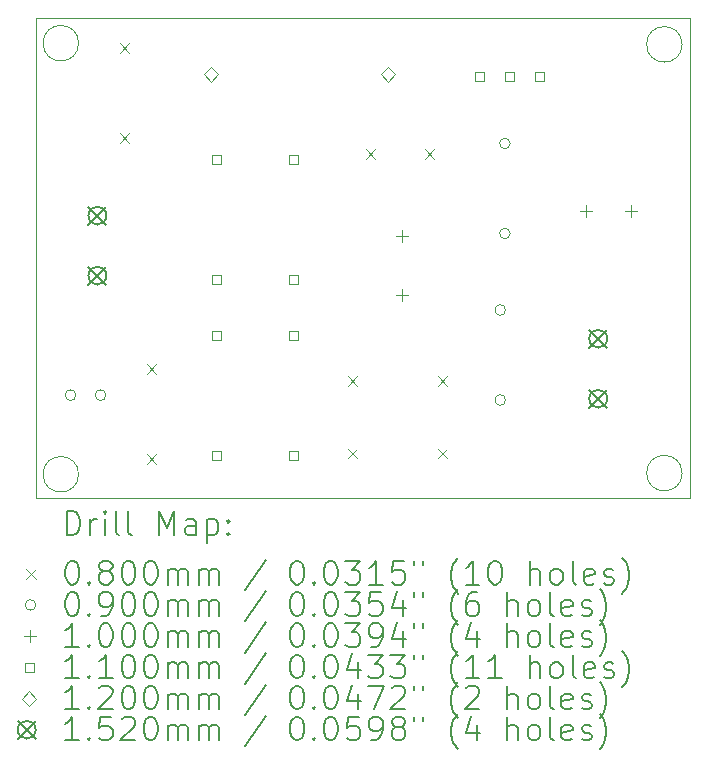
<source format=gbr>
%TF.GenerationSoftware,KiCad,Pcbnew,9.0.1*%
%TF.CreationDate,2025-08-15T11:03:45+05:00*%
%TF.ProjectId,transformerless_power_supply,7472616e-7366-46f7-926d-65726c657373,rev?*%
%TF.SameCoordinates,Original*%
%TF.FileFunction,Drillmap*%
%TF.FilePolarity,Positive*%
%FSLAX45Y45*%
G04 Gerber Fmt 4.5, Leading zero omitted, Abs format (unit mm)*
G04 Created by KiCad (PCBNEW 9.0.1) date 2025-08-15 11:03:45*
%MOMM*%
%LPD*%
G01*
G04 APERTURE LIST*
%ADD10C,0.050000*%
%ADD11C,0.200000*%
%ADD12C,0.100000*%
%ADD13C,0.110000*%
%ADD14C,0.120000*%
%ADD15C,0.152000*%
G04 APERTURE END LIST*
D10*
X11630333Y-11110000D02*
G75*
G02*
X11329667Y-11110000I-150333J0D01*
G01*
X11329667Y-11110000D02*
G75*
G02*
X11630333Y-11110000I150333J0D01*
G01*
X16740333Y-11100000D02*
G75*
G02*
X16439667Y-11100000I-150333J0D01*
G01*
X16439667Y-11100000D02*
G75*
G02*
X16740333Y-11100000I150333J0D01*
G01*
X11270000Y-7250000D02*
X16810000Y-7250000D01*
X16810000Y-11310000D01*
X11270000Y-11310000D01*
X11270000Y-7250000D01*
X16740333Y-7470000D02*
G75*
G02*
X16439667Y-7470000I-150333J0D01*
G01*
X16439667Y-7470000D02*
G75*
G02*
X16740333Y-7470000I150333J0D01*
G01*
X11630333Y-7460000D02*
G75*
G02*
X11329667Y-7460000I-150333J0D01*
G01*
X11329667Y-7460000D02*
G75*
G02*
X11630333Y-7460000I150333J0D01*
G01*
D11*
D12*
X11980000Y-7460000D02*
X12060000Y-7540000D01*
X12060000Y-7460000D02*
X11980000Y-7540000D01*
X11980000Y-8222000D02*
X12060000Y-8302000D01*
X12060000Y-8222000D02*
X11980000Y-8302000D01*
X12210000Y-10178000D02*
X12290000Y-10258000D01*
X12290000Y-10178000D02*
X12210000Y-10258000D01*
X12210000Y-10940000D02*
X12290000Y-11020000D01*
X12290000Y-10940000D02*
X12210000Y-11020000D01*
X13908000Y-10280000D02*
X13988000Y-10360000D01*
X13988000Y-10280000D02*
X13908000Y-10360000D01*
X13908000Y-10895000D02*
X13988000Y-10975000D01*
X13988000Y-10895000D02*
X13908000Y-10975000D01*
X14060000Y-8360000D02*
X14140000Y-8440000D01*
X14140000Y-8360000D02*
X14060000Y-8440000D01*
X14560000Y-8360000D02*
X14640000Y-8440000D01*
X14640000Y-8360000D02*
X14560000Y-8440000D01*
X14670000Y-10280000D02*
X14750000Y-10360000D01*
X14750000Y-10280000D02*
X14670000Y-10360000D01*
X14670000Y-10895000D02*
X14750000Y-10975000D01*
X14750000Y-10895000D02*
X14670000Y-10975000D01*
X11607500Y-10440000D02*
G75*
G02*
X11517500Y-10440000I-45000J0D01*
G01*
X11517500Y-10440000D02*
G75*
G02*
X11607500Y-10440000I45000J0D01*
G01*
X11861500Y-10440000D02*
G75*
G02*
X11771500Y-10440000I-45000J0D01*
G01*
X11771500Y-10440000D02*
G75*
G02*
X11861500Y-10440000I45000J0D01*
G01*
X15245000Y-9719000D02*
G75*
G02*
X15155000Y-9719000I-45000J0D01*
G01*
X15155000Y-9719000D02*
G75*
G02*
X15245000Y-9719000I45000J0D01*
G01*
X15245000Y-10481000D02*
G75*
G02*
X15155000Y-10481000I-45000J0D01*
G01*
X15155000Y-10481000D02*
G75*
G02*
X15245000Y-10481000I45000J0D01*
G01*
X15285000Y-8309000D02*
G75*
G02*
X15195000Y-8309000I-45000J0D01*
G01*
X15195000Y-8309000D02*
G75*
G02*
X15285000Y-8309000I45000J0D01*
G01*
X15285000Y-9071000D02*
G75*
G02*
X15195000Y-9071000I-45000J0D01*
G01*
X15195000Y-9071000D02*
G75*
G02*
X15285000Y-9071000I45000J0D01*
G01*
X14370000Y-9040000D02*
X14370000Y-9140000D01*
X14320000Y-9090000D02*
X14420000Y-9090000D01*
X14370000Y-9540000D02*
X14370000Y-9640000D01*
X14320000Y-9590000D02*
X14420000Y-9590000D01*
X15930000Y-8830000D02*
X15930000Y-8930000D01*
X15880000Y-8880000D02*
X15980000Y-8880000D01*
X16310000Y-8830000D02*
X16310000Y-8930000D01*
X16260000Y-8880000D02*
X16360000Y-8880000D01*
D13*
X12838891Y-8480891D02*
X12838891Y-8403109D01*
X12761109Y-8403109D01*
X12761109Y-8480891D01*
X12838891Y-8480891D01*
X12838891Y-9496891D02*
X12838891Y-9419109D01*
X12761109Y-9419109D01*
X12761109Y-9496891D01*
X12838891Y-9496891D01*
X12838891Y-9972891D02*
X12838891Y-9895109D01*
X12761109Y-9895109D01*
X12761109Y-9972891D01*
X12838891Y-9972891D01*
X12838891Y-10988891D02*
X12838891Y-10911109D01*
X12761109Y-10911109D01*
X12761109Y-10988891D01*
X12838891Y-10988891D01*
X13488891Y-8480891D02*
X13488891Y-8403109D01*
X13411109Y-8403109D01*
X13411109Y-8480891D01*
X13488891Y-8480891D01*
X13488891Y-9496891D02*
X13488891Y-9419109D01*
X13411109Y-9419109D01*
X13411109Y-9496891D01*
X13488891Y-9496891D01*
X13488891Y-9972891D02*
X13488891Y-9895109D01*
X13411109Y-9895109D01*
X13411109Y-9972891D01*
X13488891Y-9972891D01*
X13488891Y-10988891D02*
X13488891Y-10911109D01*
X13411109Y-10911109D01*
X13411109Y-10988891D01*
X13488891Y-10988891D01*
X15064891Y-7778891D02*
X15064891Y-7701109D01*
X14987109Y-7701109D01*
X14987109Y-7778891D01*
X15064891Y-7778891D01*
X15318891Y-7778891D02*
X15318891Y-7701109D01*
X15241109Y-7701109D01*
X15241109Y-7778891D01*
X15318891Y-7778891D01*
X15572891Y-7778891D02*
X15572891Y-7701109D01*
X15495109Y-7701109D01*
X15495109Y-7778891D01*
X15572891Y-7778891D01*
D14*
X12750000Y-7785000D02*
X12810000Y-7725000D01*
X12750000Y-7665000D01*
X12690000Y-7725000D01*
X12750000Y-7785000D01*
X14250000Y-7785000D02*
X14310000Y-7725000D01*
X14250000Y-7665000D01*
X14190000Y-7725000D01*
X14250000Y-7785000D01*
D15*
X11714000Y-8844000D02*
X11866000Y-8996000D01*
X11866000Y-8844000D02*
X11714000Y-8996000D01*
X11866000Y-8920000D02*
G75*
G02*
X11714000Y-8920000I-76000J0D01*
G01*
X11714000Y-8920000D02*
G75*
G02*
X11866000Y-8920000I76000J0D01*
G01*
X11714000Y-9352000D02*
X11866000Y-9504000D01*
X11866000Y-9352000D02*
X11714000Y-9504000D01*
X11866000Y-9428000D02*
G75*
G02*
X11714000Y-9428000I-76000J0D01*
G01*
X11714000Y-9428000D02*
G75*
G02*
X11866000Y-9428000I76000J0D01*
G01*
X15954000Y-9886000D02*
X16106000Y-10038000D01*
X16106000Y-9886000D02*
X15954000Y-10038000D01*
X16106000Y-9962000D02*
G75*
G02*
X15954000Y-9962000I-76000J0D01*
G01*
X15954000Y-9962000D02*
G75*
G02*
X16106000Y-9962000I76000J0D01*
G01*
X15954000Y-10394000D02*
X16106000Y-10546000D01*
X16106000Y-10394000D02*
X15954000Y-10546000D01*
X16106000Y-10470000D02*
G75*
G02*
X15954000Y-10470000I-76000J0D01*
G01*
X15954000Y-10470000D02*
G75*
G02*
X16106000Y-10470000I76000J0D01*
G01*
D11*
X11528277Y-11623984D02*
X11528277Y-11423984D01*
X11528277Y-11423984D02*
X11575896Y-11423984D01*
X11575896Y-11423984D02*
X11604467Y-11433508D01*
X11604467Y-11433508D02*
X11623515Y-11452555D01*
X11623515Y-11452555D02*
X11633039Y-11471603D01*
X11633039Y-11471603D02*
X11642562Y-11509698D01*
X11642562Y-11509698D02*
X11642562Y-11538269D01*
X11642562Y-11538269D02*
X11633039Y-11576365D01*
X11633039Y-11576365D02*
X11623515Y-11595412D01*
X11623515Y-11595412D02*
X11604467Y-11614460D01*
X11604467Y-11614460D02*
X11575896Y-11623984D01*
X11575896Y-11623984D02*
X11528277Y-11623984D01*
X11728277Y-11623984D02*
X11728277Y-11490650D01*
X11728277Y-11528746D02*
X11737801Y-11509698D01*
X11737801Y-11509698D02*
X11747324Y-11500174D01*
X11747324Y-11500174D02*
X11766372Y-11490650D01*
X11766372Y-11490650D02*
X11785420Y-11490650D01*
X11852086Y-11623984D02*
X11852086Y-11490650D01*
X11852086Y-11423984D02*
X11842562Y-11433508D01*
X11842562Y-11433508D02*
X11852086Y-11443031D01*
X11852086Y-11443031D02*
X11861610Y-11433508D01*
X11861610Y-11433508D02*
X11852086Y-11423984D01*
X11852086Y-11423984D02*
X11852086Y-11443031D01*
X11975896Y-11623984D02*
X11956848Y-11614460D01*
X11956848Y-11614460D02*
X11947324Y-11595412D01*
X11947324Y-11595412D02*
X11947324Y-11423984D01*
X12080658Y-11623984D02*
X12061610Y-11614460D01*
X12061610Y-11614460D02*
X12052086Y-11595412D01*
X12052086Y-11595412D02*
X12052086Y-11423984D01*
X12309229Y-11623984D02*
X12309229Y-11423984D01*
X12309229Y-11423984D02*
X12375896Y-11566841D01*
X12375896Y-11566841D02*
X12442562Y-11423984D01*
X12442562Y-11423984D02*
X12442562Y-11623984D01*
X12623515Y-11623984D02*
X12623515Y-11519222D01*
X12623515Y-11519222D02*
X12613991Y-11500174D01*
X12613991Y-11500174D02*
X12594943Y-11490650D01*
X12594943Y-11490650D02*
X12556848Y-11490650D01*
X12556848Y-11490650D02*
X12537801Y-11500174D01*
X12623515Y-11614460D02*
X12604467Y-11623984D01*
X12604467Y-11623984D02*
X12556848Y-11623984D01*
X12556848Y-11623984D02*
X12537801Y-11614460D01*
X12537801Y-11614460D02*
X12528277Y-11595412D01*
X12528277Y-11595412D02*
X12528277Y-11576365D01*
X12528277Y-11576365D02*
X12537801Y-11557317D01*
X12537801Y-11557317D02*
X12556848Y-11547793D01*
X12556848Y-11547793D02*
X12604467Y-11547793D01*
X12604467Y-11547793D02*
X12623515Y-11538269D01*
X12718753Y-11490650D02*
X12718753Y-11690650D01*
X12718753Y-11500174D02*
X12737801Y-11490650D01*
X12737801Y-11490650D02*
X12775896Y-11490650D01*
X12775896Y-11490650D02*
X12794943Y-11500174D01*
X12794943Y-11500174D02*
X12804467Y-11509698D01*
X12804467Y-11509698D02*
X12813991Y-11528746D01*
X12813991Y-11528746D02*
X12813991Y-11585888D01*
X12813991Y-11585888D02*
X12804467Y-11604936D01*
X12804467Y-11604936D02*
X12794943Y-11614460D01*
X12794943Y-11614460D02*
X12775896Y-11623984D01*
X12775896Y-11623984D02*
X12737801Y-11623984D01*
X12737801Y-11623984D02*
X12718753Y-11614460D01*
X12899705Y-11604936D02*
X12909229Y-11614460D01*
X12909229Y-11614460D02*
X12899705Y-11623984D01*
X12899705Y-11623984D02*
X12890182Y-11614460D01*
X12890182Y-11614460D02*
X12899705Y-11604936D01*
X12899705Y-11604936D02*
X12899705Y-11623984D01*
X12899705Y-11500174D02*
X12909229Y-11509698D01*
X12909229Y-11509698D02*
X12899705Y-11519222D01*
X12899705Y-11519222D02*
X12890182Y-11509698D01*
X12890182Y-11509698D02*
X12899705Y-11500174D01*
X12899705Y-11500174D02*
X12899705Y-11519222D01*
D12*
X11187500Y-11912500D02*
X11267500Y-11992500D01*
X11267500Y-11912500D02*
X11187500Y-11992500D01*
D11*
X11566372Y-11843984D02*
X11585420Y-11843984D01*
X11585420Y-11843984D02*
X11604467Y-11853508D01*
X11604467Y-11853508D02*
X11613991Y-11863031D01*
X11613991Y-11863031D02*
X11623515Y-11882079D01*
X11623515Y-11882079D02*
X11633039Y-11920174D01*
X11633039Y-11920174D02*
X11633039Y-11967793D01*
X11633039Y-11967793D02*
X11623515Y-12005888D01*
X11623515Y-12005888D02*
X11613991Y-12024936D01*
X11613991Y-12024936D02*
X11604467Y-12034460D01*
X11604467Y-12034460D02*
X11585420Y-12043984D01*
X11585420Y-12043984D02*
X11566372Y-12043984D01*
X11566372Y-12043984D02*
X11547324Y-12034460D01*
X11547324Y-12034460D02*
X11537801Y-12024936D01*
X11537801Y-12024936D02*
X11528277Y-12005888D01*
X11528277Y-12005888D02*
X11518753Y-11967793D01*
X11518753Y-11967793D02*
X11518753Y-11920174D01*
X11518753Y-11920174D02*
X11528277Y-11882079D01*
X11528277Y-11882079D02*
X11537801Y-11863031D01*
X11537801Y-11863031D02*
X11547324Y-11853508D01*
X11547324Y-11853508D02*
X11566372Y-11843984D01*
X11718753Y-12024936D02*
X11728277Y-12034460D01*
X11728277Y-12034460D02*
X11718753Y-12043984D01*
X11718753Y-12043984D02*
X11709229Y-12034460D01*
X11709229Y-12034460D02*
X11718753Y-12024936D01*
X11718753Y-12024936D02*
X11718753Y-12043984D01*
X11842562Y-11929698D02*
X11823515Y-11920174D01*
X11823515Y-11920174D02*
X11813991Y-11910650D01*
X11813991Y-11910650D02*
X11804467Y-11891603D01*
X11804467Y-11891603D02*
X11804467Y-11882079D01*
X11804467Y-11882079D02*
X11813991Y-11863031D01*
X11813991Y-11863031D02*
X11823515Y-11853508D01*
X11823515Y-11853508D02*
X11842562Y-11843984D01*
X11842562Y-11843984D02*
X11880658Y-11843984D01*
X11880658Y-11843984D02*
X11899705Y-11853508D01*
X11899705Y-11853508D02*
X11909229Y-11863031D01*
X11909229Y-11863031D02*
X11918753Y-11882079D01*
X11918753Y-11882079D02*
X11918753Y-11891603D01*
X11918753Y-11891603D02*
X11909229Y-11910650D01*
X11909229Y-11910650D02*
X11899705Y-11920174D01*
X11899705Y-11920174D02*
X11880658Y-11929698D01*
X11880658Y-11929698D02*
X11842562Y-11929698D01*
X11842562Y-11929698D02*
X11823515Y-11939222D01*
X11823515Y-11939222D02*
X11813991Y-11948746D01*
X11813991Y-11948746D02*
X11804467Y-11967793D01*
X11804467Y-11967793D02*
X11804467Y-12005888D01*
X11804467Y-12005888D02*
X11813991Y-12024936D01*
X11813991Y-12024936D02*
X11823515Y-12034460D01*
X11823515Y-12034460D02*
X11842562Y-12043984D01*
X11842562Y-12043984D02*
X11880658Y-12043984D01*
X11880658Y-12043984D02*
X11899705Y-12034460D01*
X11899705Y-12034460D02*
X11909229Y-12024936D01*
X11909229Y-12024936D02*
X11918753Y-12005888D01*
X11918753Y-12005888D02*
X11918753Y-11967793D01*
X11918753Y-11967793D02*
X11909229Y-11948746D01*
X11909229Y-11948746D02*
X11899705Y-11939222D01*
X11899705Y-11939222D02*
X11880658Y-11929698D01*
X12042562Y-11843984D02*
X12061610Y-11843984D01*
X12061610Y-11843984D02*
X12080658Y-11853508D01*
X12080658Y-11853508D02*
X12090182Y-11863031D01*
X12090182Y-11863031D02*
X12099705Y-11882079D01*
X12099705Y-11882079D02*
X12109229Y-11920174D01*
X12109229Y-11920174D02*
X12109229Y-11967793D01*
X12109229Y-11967793D02*
X12099705Y-12005888D01*
X12099705Y-12005888D02*
X12090182Y-12024936D01*
X12090182Y-12024936D02*
X12080658Y-12034460D01*
X12080658Y-12034460D02*
X12061610Y-12043984D01*
X12061610Y-12043984D02*
X12042562Y-12043984D01*
X12042562Y-12043984D02*
X12023515Y-12034460D01*
X12023515Y-12034460D02*
X12013991Y-12024936D01*
X12013991Y-12024936D02*
X12004467Y-12005888D01*
X12004467Y-12005888D02*
X11994943Y-11967793D01*
X11994943Y-11967793D02*
X11994943Y-11920174D01*
X11994943Y-11920174D02*
X12004467Y-11882079D01*
X12004467Y-11882079D02*
X12013991Y-11863031D01*
X12013991Y-11863031D02*
X12023515Y-11853508D01*
X12023515Y-11853508D02*
X12042562Y-11843984D01*
X12233039Y-11843984D02*
X12252086Y-11843984D01*
X12252086Y-11843984D02*
X12271134Y-11853508D01*
X12271134Y-11853508D02*
X12280658Y-11863031D01*
X12280658Y-11863031D02*
X12290182Y-11882079D01*
X12290182Y-11882079D02*
X12299705Y-11920174D01*
X12299705Y-11920174D02*
X12299705Y-11967793D01*
X12299705Y-11967793D02*
X12290182Y-12005888D01*
X12290182Y-12005888D02*
X12280658Y-12024936D01*
X12280658Y-12024936D02*
X12271134Y-12034460D01*
X12271134Y-12034460D02*
X12252086Y-12043984D01*
X12252086Y-12043984D02*
X12233039Y-12043984D01*
X12233039Y-12043984D02*
X12213991Y-12034460D01*
X12213991Y-12034460D02*
X12204467Y-12024936D01*
X12204467Y-12024936D02*
X12194943Y-12005888D01*
X12194943Y-12005888D02*
X12185420Y-11967793D01*
X12185420Y-11967793D02*
X12185420Y-11920174D01*
X12185420Y-11920174D02*
X12194943Y-11882079D01*
X12194943Y-11882079D02*
X12204467Y-11863031D01*
X12204467Y-11863031D02*
X12213991Y-11853508D01*
X12213991Y-11853508D02*
X12233039Y-11843984D01*
X12385420Y-12043984D02*
X12385420Y-11910650D01*
X12385420Y-11929698D02*
X12394943Y-11920174D01*
X12394943Y-11920174D02*
X12413991Y-11910650D01*
X12413991Y-11910650D02*
X12442563Y-11910650D01*
X12442563Y-11910650D02*
X12461610Y-11920174D01*
X12461610Y-11920174D02*
X12471134Y-11939222D01*
X12471134Y-11939222D02*
X12471134Y-12043984D01*
X12471134Y-11939222D02*
X12480658Y-11920174D01*
X12480658Y-11920174D02*
X12499705Y-11910650D01*
X12499705Y-11910650D02*
X12528277Y-11910650D01*
X12528277Y-11910650D02*
X12547324Y-11920174D01*
X12547324Y-11920174D02*
X12556848Y-11939222D01*
X12556848Y-11939222D02*
X12556848Y-12043984D01*
X12652086Y-12043984D02*
X12652086Y-11910650D01*
X12652086Y-11929698D02*
X12661610Y-11920174D01*
X12661610Y-11920174D02*
X12680658Y-11910650D01*
X12680658Y-11910650D02*
X12709229Y-11910650D01*
X12709229Y-11910650D02*
X12728277Y-11920174D01*
X12728277Y-11920174D02*
X12737801Y-11939222D01*
X12737801Y-11939222D02*
X12737801Y-12043984D01*
X12737801Y-11939222D02*
X12747324Y-11920174D01*
X12747324Y-11920174D02*
X12766372Y-11910650D01*
X12766372Y-11910650D02*
X12794943Y-11910650D01*
X12794943Y-11910650D02*
X12813991Y-11920174D01*
X12813991Y-11920174D02*
X12823515Y-11939222D01*
X12823515Y-11939222D02*
X12823515Y-12043984D01*
X13213991Y-11834460D02*
X13042563Y-12091603D01*
X13471134Y-11843984D02*
X13490182Y-11843984D01*
X13490182Y-11843984D02*
X13509229Y-11853508D01*
X13509229Y-11853508D02*
X13518753Y-11863031D01*
X13518753Y-11863031D02*
X13528277Y-11882079D01*
X13528277Y-11882079D02*
X13537801Y-11920174D01*
X13537801Y-11920174D02*
X13537801Y-11967793D01*
X13537801Y-11967793D02*
X13528277Y-12005888D01*
X13528277Y-12005888D02*
X13518753Y-12024936D01*
X13518753Y-12024936D02*
X13509229Y-12034460D01*
X13509229Y-12034460D02*
X13490182Y-12043984D01*
X13490182Y-12043984D02*
X13471134Y-12043984D01*
X13471134Y-12043984D02*
X13452086Y-12034460D01*
X13452086Y-12034460D02*
X13442563Y-12024936D01*
X13442563Y-12024936D02*
X13433039Y-12005888D01*
X13433039Y-12005888D02*
X13423515Y-11967793D01*
X13423515Y-11967793D02*
X13423515Y-11920174D01*
X13423515Y-11920174D02*
X13433039Y-11882079D01*
X13433039Y-11882079D02*
X13442563Y-11863031D01*
X13442563Y-11863031D02*
X13452086Y-11853508D01*
X13452086Y-11853508D02*
X13471134Y-11843984D01*
X13623515Y-12024936D02*
X13633039Y-12034460D01*
X13633039Y-12034460D02*
X13623515Y-12043984D01*
X13623515Y-12043984D02*
X13613991Y-12034460D01*
X13613991Y-12034460D02*
X13623515Y-12024936D01*
X13623515Y-12024936D02*
X13623515Y-12043984D01*
X13756848Y-11843984D02*
X13775896Y-11843984D01*
X13775896Y-11843984D02*
X13794944Y-11853508D01*
X13794944Y-11853508D02*
X13804467Y-11863031D01*
X13804467Y-11863031D02*
X13813991Y-11882079D01*
X13813991Y-11882079D02*
X13823515Y-11920174D01*
X13823515Y-11920174D02*
X13823515Y-11967793D01*
X13823515Y-11967793D02*
X13813991Y-12005888D01*
X13813991Y-12005888D02*
X13804467Y-12024936D01*
X13804467Y-12024936D02*
X13794944Y-12034460D01*
X13794944Y-12034460D02*
X13775896Y-12043984D01*
X13775896Y-12043984D02*
X13756848Y-12043984D01*
X13756848Y-12043984D02*
X13737801Y-12034460D01*
X13737801Y-12034460D02*
X13728277Y-12024936D01*
X13728277Y-12024936D02*
X13718753Y-12005888D01*
X13718753Y-12005888D02*
X13709229Y-11967793D01*
X13709229Y-11967793D02*
X13709229Y-11920174D01*
X13709229Y-11920174D02*
X13718753Y-11882079D01*
X13718753Y-11882079D02*
X13728277Y-11863031D01*
X13728277Y-11863031D02*
X13737801Y-11853508D01*
X13737801Y-11853508D02*
X13756848Y-11843984D01*
X13890182Y-11843984D02*
X14013991Y-11843984D01*
X14013991Y-11843984D02*
X13947325Y-11920174D01*
X13947325Y-11920174D02*
X13975896Y-11920174D01*
X13975896Y-11920174D02*
X13994944Y-11929698D01*
X13994944Y-11929698D02*
X14004467Y-11939222D01*
X14004467Y-11939222D02*
X14013991Y-11958269D01*
X14013991Y-11958269D02*
X14013991Y-12005888D01*
X14013991Y-12005888D02*
X14004467Y-12024936D01*
X14004467Y-12024936D02*
X13994944Y-12034460D01*
X13994944Y-12034460D02*
X13975896Y-12043984D01*
X13975896Y-12043984D02*
X13918753Y-12043984D01*
X13918753Y-12043984D02*
X13899706Y-12034460D01*
X13899706Y-12034460D02*
X13890182Y-12024936D01*
X14204467Y-12043984D02*
X14090182Y-12043984D01*
X14147325Y-12043984D02*
X14147325Y-11843984D01*
X14147325Y-11843984D02*
X14128277Y-11872555D01*
X14128277Y-11872555D02*
X14109229Y-11891603D01*
X14109229Y-11891603D02*
X14090182Y-11901127D01*
X14385420Y-11843984D02*
X14290182Y-11843984D01*
X14290182Y-11843984D02*
X14280658Y-11939222D01*
X14280658Y-11939222D02*
X14290182Y-11929698D01*
X14290182Y-11929698D02*
X14309229Y-11920174D01*
X14309229Y-11920174D02*
X14356848Y-11920174D01*
X14356848Y-11920174D02*
X14375896Y-11929698D01*
X14375896Y-11929698D02*
X14385420Y-11939222D01*
X14385420Y-11939222D02*
X14394944Y-11958269D01*
X14394944Y-11958269D02*
X14394944Y-12005888D01*
X14394944Y-12005888D02*
X14385420Y-12024936D01*
X14385420Y-12024936D02*
X14375896Y-12034460D01*
X14375896Y-12034460D02*
X14356848Y-12043984D01*
X14356848Y-12043984D02*
X14309229Y-12043984D01*
X14309229Y-12043984D02*
X14290182Y-12034460D01*
X14290182Y-12034460D02*
X14280658Y-12024936D01*
X14471134Y-11843984D02*
X14471134Y-11882079D01*
X14547325Y-11843984D02*
X14547325Y-11882079D01*
X14842563Y-12120174D02*
X14833039Y-12110650D01*
X14833039Y-12110650D02*
X14813991Y-12082079D01*
X14813991Y-12082079D02*
X14804468Y-12063031D01*
X14804468Y-12063031D02*
X14794944Y-12034460D01*
X14794944Y-12034460D02*
X14785420Y-11986841D01*
X14785420Y-11986841D02*
X14785420Y-11948746D01*
X14785420Y-11948746D02*
X14794944Y-11901127D01*
X14794944Y-11901127D02*
X14804468Y-11872555D01*
X14804468Y-11872555D02*
X14813991Y-11853508D01*
X14813991Y-11853508D02*
X14833039Y-11824936D01*
X14833039Y-11824936D02*
X14842563Y-11815412D01*
X15023515Y-12043984D02*
X14909229Y-12043984D01*
X14966372Y-12043984D02*
X14966372Y-11843984D01*
X14966372Y-11843984D02*
X14947325Y-11872555D01*
X14947325Y-11872555D02*
X14928277Y-11891603D01*
X14928277Y-11891603D02*
X14909229Y-11901127D01*
X15147325Y-11843984D02*
X15166372Y-11843984D01*
X15166372Y-11843984D02*
X15185420Y-11853508D01*
X15185420Y-11853508D02*
X15194944Y-11863031D01*
X15194944Y-11863031D02*
X15204468Y-11882079D01*
X15204468Y-11882079D02*
X15213991Y-11920174D01*
X15213991Y-11920174D02*
X15213991Y-11967793D01*
X15213991Y-11967793D02*
X15204468Y-12005888D01*
X15204468Y-12005888D02*
X15194944Y-12024936D01*
X15194944Y-12024936D02*
X15185420Y-12034460D01*
X15185420Y-12034460D02*
X15166372Y-12043984D01*
X15166372Y-12043984D02*
X15147325Y-12043984D01*
X15147325Y-12043984D02*
X15128277Y-12034460D01*
X15128277Y-12034460D02*
X15118753Y-12024936D01*
X15118753Y-12024936D02*
X15109229Y-12005888D01*
X15109229Y-12005888D02*
X15099706Y-11967793D01*
X15099706Y-11967793D02*
X15099706Y-11920174D01*
X15099706Y-11920174D02*
X15109229Y-11882079D01*
X15109229Y-11882079D02*
X15118753Y-11863031D01*
X15118753Y-11863031D02*
X15128277Y-11853508D01*
X15128277Y-11853508D02*
X15147325Y-11843984D01*
X15452087Y-12043984D02*
X15452087Y-11843984D01*
X15537801Y-12043984D02*
X15537801Y-11939222D01*
X15537801Y-11939222D02*
X15528277Y-11920174D01*
X15528277Y-11920174D02*
X15509230Y-11910650D01*
X15509230Y-11910650D02*
X15480658Y-11910650D01*
X15480658Y-11910650D02*
X15461610Y-11920174D01*
X15461610Y-11920174D02*
X15452087Y-11929698D01*
X15661610Y-12043984D02*
X15642563Y-12034460D01*
X15642563Y-12034460D02*
X15633039Y-12024936D01*
X15633039Y-12024936D02*
X15623515Y-12005888D01*
X15623515Y-12005888D02*
X15623515Y-11948746D01*
X15623515Y-11948746D02*
X15633039Y-11929698D01*
X15633039Y-11929698D02*
X15642563Y-11920174D01*
X15642563Y-11920174D02*
X15661610Y-11910650D01*
X15661610Y-11910650D02*
X15690182Y-11910650D01*
X15690182Y-11910650D02*
X15709230Y-11920174D01*
X15709230Y-11920174D02*
X15718753Y-11929698D01*
X15718753Y-11929698D02*
X15728277Y-11948746D01*
X15728277Y-11948746D02*
X15728277Y-12005888D01*
X15728277Y-12005888D02*
X15718753Y-12024936D01*
X15718753Y-12024936D02*
X15709230Y-12034460D01*
X15709230Y-12034460D02*
X15690182Y-12043984D01*
X15690182Y-12043984D02*
X15661610Y-12043984D01*
X15842563Y-12043984D02*
X15823515Y-12034460D01*
X15823515Y-12034460D02*
X15813991Y-12015412D01*
X15813991Y-12015412D02*
X15813991Y-11843984D01*
X15994944Y-12034460D02*
X15975896Y-12043984D01*
X15975896Y-12043984D02*
X15937801Y-12043984D01*
X15937801Y-12043984D02*
X15918753Y-12034460D01*
X15918753Y-12034460D02*
X15909230Y-12015412D01*
X15909230Y-12015412D02*
X15909230Y-11939222D01*
X15909230Y-11939222D02*
X15918753Y-11920174D01*
X15918753Y-11920174D02*
X15937801Y-11910650D01*
X15937801Y-11910650D02*
X15975896Y-11910650D01*
X15975896Y-11910650D02*
X15994944Y-11920174D01*
X15994944Y-11920174D02*
X16004468Y-11939222D01*
X16004468Y-11939222D02*
X16004468Y-11958269D01*
X16004468Y-11958269D02*
X15909230Y-11977317D01*
X16080658Y-12034460D02*
X16099706Y-12043984D01*
X16099706Y-12043984D02*
X16137801Y-12043984D01*
X16137801Y-12043984D02*
X16156849Y-12034460D01*
X16156849Y-12034460D02*
X16166372Y-12015412D01*
X16166372Y-12015412D02*
X16166372Y-12005888D01*
X16166372Y-12005888D02*
X16156849Y-11986841D01*
X16156849Y-11986841D02*
X16137801Y-11977317D01*
X16137801Y-11977317D02*
X16109230Y-11977317D01*
X16109230Y-11977317D02*
X16090182Y-11967793D01*
X16090182Y-11967793D02*
X16080658Y-11948746D01*
X16080658Y-11948746D02*
X16080658Y-11939222D01*
X16080658Y-11939222D02*
X16090182Y-11920174D01*
X16090182Y-11920174D02*
X16109230Y-11910650D01*
X16109230Y-11910650D02*
X16137801Y-11910650D01*
X16137801Y-11910650D02*
X16156849Y-11920174D01*
X16233039Y-12120174D02*
X16242563Y-12110650D01*
X16242563Y-12110650D02*
X16261611Y-12082079D01*
X16261611Y-12082079D02*
X16271134Y-12063031D01*
X16271134Y-12063031D02*
X16280658Y-12034460D01*
X16280658Y-12034460D02*
X16290182Y-11986841D01*
X16290182Y-11986841D02*
X16290182Y-11948746D01*
X16290182Y-11948746D02*
X16280658Y-11901127D01*
X16280658Y-11901127D02*
X16271134Y-11872555D01*
X16271134Y-11872555D02*
X16261611Y-11853508D01*
X16261611Y-11853508D02*
X16242563Y-11824936D01*
X16242563Y-11824936D02*
X16233039Y-11815412D01*
D12*
X11267500Y-12216500D02*
G75*
G02*
X11177500Y-12216500I-45000J0D01*
G01*
X11177500Y-12216500D02*
G75*
G02*
X11267500Y-12216500I45000J0D01*
G01*
D11*
X11566372Y-12107984D02*
X11585420Y-12107984D01*
X11585420Y-12107984D02*
X11604467Y-12117508D01*
X11604467Y-12117508D02*
X11613991Y-12127031D01*
X11613991Y-12127031D02*
X11623515Y-12146079D01*
X11623515Y-12146079D02*
X11633039Y-12184174D01*
X11633039Y-12184174D02*
X11633039Y-12231793D01*
X11633039Y-12231793D02*
X11623515Y-12269888D01*
X11623515Y-12269888D02*
X11613991Y-12288936D01*
X11613991Y-12288936D02*
X11604467Y-12298460D01*
X11604467Y-12298460D02*
X11585420Y-12307984D01*
X11585420Y-12307984D02*
X11566372Y-12307984D01*
X11566372Y-12307984D02*
X11547324Y-12298460D01*
X11547324Y-12298460D02*
X11537801Y-12288936D01*
X11537801Y-12288936D02*
X11528277Y-12269888D01*
X11528277Y-12269888D02*
X11518753Y-12231793D01*
X11518753Y-12231793D02*
X11518753Y-12184174D01*
X11518753Y-12184174D02*
X11528277Y-12146079D01*
X11528277Y-12146079D02*
X11537801Y-12127031D01*
X11537801Y-12127031D02*
X11547324Y-12117508D01*
X11547324Y-12117508D02*
X11566372Y-12107984D01*
X11718753Y-12288936D02*
X11728277Y-12298460D01*
X11728277Y-12298460D02*
X11718753Y-12307984D01*
X11718753Y-12307984D02*
X11709229Y-12298460D01*
X11709229Y-12298460D02*
X11718753Y-12288936D01*
X11718753Y-12288936D02*
X11718753Y-12307984D01*
X11823515Y-12307984D02*
X11861610Y-12307984D01*
X11861610Y-12307984D02*
X11880658Y-12298460D01*
X11880658Y-12298460D02*
X11890182Y-12288936D01*
X11890182Y-12288936D02*
X11909229Y-12260365D01*
X11909229Y-12260365D02*
X11918753Y-12222269D01*
X11918753Y-12222269D02*
X11918753Y-12146079D01*
X11918753Y-12146079D02*
X11909229Y-12127031D01*
X11909229Y-12127031D02*
X11899705Y-12117508D01*
X11899705Y-12117508D02*
X11880658Y-12107984D01*
X11880658Y-12107984D02*
X11842562Y-12107984D01*
X11842562Y-12107984D02*
X11823515Y-12117508D01*
X11823515Y-12117508D02*
X11813991Y-12127031D01*
X11813991Y-12127031D02*
X11804467Y-12146079D01*
X11804467Y-12146079D02*
X11804467Y-12193698D01*
X11804467Y-12193698D02*
X11813991Y-12212746D01*
X11813991Y-12212746D02*
X11823515Y-12222269D01*
X11823515Y-12222269D02*
X11842562Y-12231793D01*
X11842562Y-12231793D02*
X11880658Y-12231793D01*
X11880658Y-12231793D02*
X11899705Y-12222269D01*
X11899705Y-12222269D02*
X11909229Y-12212746D01*
X11909229Y-12212746D02*
X11918753Y-12193698D01*
X12042562Y-12107984D02*
X12061610Y-12107984D01*
X12061610Y-12107984D02*
X12080658Y-12117508D01*
X12080658Y-12117508D02*
X12090182Y-12127031D01*
X12090182Y-12127031D02*
X12099705Y-12146079D01*
X12099705Y-12146079D02*
X12109229Y-12184174D01*
X12109229Y-12184174D02*
X12109229Y-12231793D01*
X12109229Y-12231793D02*
X12099705Y-12269888D01*
X12099705Y-12269888D02*
X12090182Y-12288936D01*
X12090182Y-12288936D02*
X12080658Y-12298460D01*
X12080658Y-12298460D02*
X12061610Y-12307984D01*
X12061610Y-12307984D02*
X12042562Y-12307984D01*
X12042562Y-12307984D02*
X12023515Y-12298460D01*
X12023515Y-12298460D02*
X12013991Y-12288936D01*
X12013991Y-12288936D02*
X12004467Y-12269888D01*
X12004467Y-12269888D02*
X11994943Y-12231793D01*
X11994943Y-12231793D02*
X11994943Y-12184174D01*
X11994943Y-12184174D02*
X12004467Y-12146079D01*
X12004467Y-12146079D02*
X12013991Y-12127031D01*
X12013991Y-12127031D02*
X12023515Y-12117508D01*
X12023515Y-12117508D02*
X12042562Y-12107984D01*
X12233039Y-12107984D02*
X12252086Y-12107984D01*
X12252086Y-12107984D02*
X12271134Y-12117508D01*
X12271134Y-12117508D02*
X12280658Y-12127031D01*
X12280658Y-12127031D02*
X12290182Y-12146079D01*
X12290182Y-12146079D02*
X12299705Y-12184174D01*
X12299705Y-12184174D02*
X12299705Y-12231793D01*
X12299705Y-12231793D02*
X12290182Y-12269888D01*
X12290182Y-12269888D02*
X12280658Y-12288936D01*
X12280658Y-12288936D02*
X12271134Y-12298460D01*
X12271134Y-12298460D02*
X12252086Y-12307984D01*
X12252086Y-12307984D02*
X12233039Y-12307984D01*
X12233039Y-12307984D02*
X12213991Y-12298460D01*
X12213991Y-12298460D02*
X12204467Y-12288936D01*
X12204467Y-12288936D02*
X12194943Y-12269888D01*
X12194943Y-12269888D02*
X12185420Y-12231793D01*
X12185420Y-12231793D02*
X12185420Y-12184174D01*
X12185420Y-12184174D02*
X12194943Y-12146079D01*
X12194943Y-12146079D02*
X12204467Y-12127031D01*
X12204467Y-12127031D02*
X12213991Y-12117508D01*
X12213991Y-12117508D02*
X12233039Y-12107984D01*
X12385420Y-12307984D02*
X12385420Y-12174650D01*
X12385420Y-12193698D02*
X12394943Y-12184174D01*
X12394943Y-12184174D02*
X12413991Y-12174650D01*
X12413991Y-12174650D02*
X12442563Y-12174650D01*
X12442563Y-12174650D02*
X12461610Y-12184174D01*
X12461610Y-12184174D02*
X12471134Y-12203222D01*
X12471134Y-12203222D02*
X12471134Y-12307984D01*
X12471134Y-12203222D02*
X12480658Y-12184174D01*
X12480658Y-12184174D02*
X12499705Y-12174650D01*
X12499705Y-12174650D02*
X12528277Y-12174650D01*
X12528277Y-12174650D02*
X12547324Y-12184174D01*
X12547324Y-12184174D02*
X12556848Y-12203222D01*
X12556848Y-12203222D02*
X12556848Y-12307984D01*
X12652086Y-12307984D02*
X12652086Y-12174650D01*
X12652086Y-12193698D02*
X12661610Y-12184174D01*
X12661610Y-12184174D02*
X12680658Y-12174650D01*
X12680658Y-12174650D02*
X12709229Y-12174650D01*
X12709229Y-12174650D02*
X12728277Y-12184174D01*
X12728277Y-12184174D02*
X12737801Y-12203222D01*
X12737801Y-12203222D02*
X12737801Y-12307984D01*
X12737801Y-12203222D02*
X12747324Y-12184174D01*
X12747324Y-12184174D02*
X12766372Y-12174650D01*
X12766372Y-12174650D02*
X12794943Y-12174650D01*
X12794943Y-12174650D02*
X12813991Y-12184174D01*
X12813991Y-12184174D02*
X12823515Y-12203222D01*
X12823515Y-12203222D02*
X12823515Y-12307984D01*
X13213991Y-12098460D02*
X13042563Y-12355603D01*
X13471134Y-12107984D02*
X13490182Y-12107984D01*
X13490182Y-12107984D02*
X13509229Y-12117508D01*
X13509229Y-12117508D02*
X13518753Y-12127031D01*
X13518753Y-12127031D02*
X13528277Y-12146079D01*
X13528277Y-12146079D02*
X13537801Y-12184174D01*
X13537801Y-12184174D02*
X13537801Y-12231793D01*
X13537801Y-12231793D02*
X13528277Y-12269888D01*
X13528277Y-12269888D02*
X13518753Y-12288936D01*
X13518753Y-12288936D02*
X13509229Y-12298460D01*
X13509229Y-12298460D02*
X13490182Y-12307984D01*
X13490182Y-12307984D02*
X13471134Y-12307984D01*
X13471134Y-12307984D02*
X13452086Y-12298460D01*
X13452086Y-12298460D02*
X13442563Y-12288936D01*
X13442563Y-12288936D02*
X13433039Y-12269888D01*
X13433039Y-12269888D02*
X13423515Y-12231793D01*
X13423515Y-12231793D02*
X13423515Y-12184174D01*
X13423515Y-12184174D02*
X13433039Y-12146079D01*
X13433039Y-12146079D02*
X13442563Y-12127031D01*
X13442563Y-12127031D02*
X13452086Y-12117508D01*
X13452086Y-12117508D02*
X13471134Y-12107984D01*
X13623515Y-12288936D02*
X13633039Y-12298460D01*
X13633039Y-12298460D02*
X13623515Y-12307984D01*
X13623515Y-12307984D02*
X13613991Y-12298460D01*
X13613991Y-12298460D02*
X13623515Y-12288936D01*
X13623515Y-12288936D02*
X13623515Y-12307984D01*
X13756848Y-12107984D02*
X13775896Y-12107984D01*
X13775896Y-12107984D02*
X13794944Y-12117508D01*
X13794944Y-12117508D02*
X13804467Y-12127031D01*
X13804467Y-12127031D02*
X13813991Y-12146079D01*
X13813991Y-12146079D02*
X13823515Y-12184174D01*
X13823515Y-12184174D02*
X13823515Y-12231793D01*
X13823515Y-12231793D02*
X13813991Y-12269888D01*
X13813991Y-12269888D02*
X13804467Y-12288936D01*
X13804467Y-12288936D02*
X13794944Y-12298460D01*
X13794944Y-12298460D02*
X13775896Y-12307984D01*
X13775896Y-12307984D02*
X13756848Y-12307984D01*
X13756848Y-12307984D02*
X13737801Y-12298460D01*
X13737801Y-12298460D02*
X13728277Y-12288936D01*
X13728277Y-12288936D02*
X13718753Y-12269888D01*
X13718753Y-12269888D02*
X13709229Y-12231793D01*
X13709229Y-12231793D02*
X13709229Y-12184174D01*
X13709229Y-12184174D02*
X13718753Y-12146079D01*
X13718753Y-12146079D02*
X13728277Y-12127031D01*
X13728277Y-12127031D02*
X13737801Y-12117508D01*
X13737801Y-12117508D02*
X13756848Y-12107984D01*
X13890182Y-12107984D02*
X14013991Y-12107984D01*
X14013991Y-12107984D02*
X13947325Y-12184174D01*
X13947325Y-12184174D02*
X13975896Y-12184174D01*
X13975896Y-12184174D02*
X13994944Y-12193698D01*
X13994944Y-12193698D02*
X14004467Y-12203222D01*
X14004467Y-12203222D02*
X14013991Y-12222269D01*
X14013991Y-12222269D02*
X14013991Y-12269888D01*
X14013991Y-12269888D02*
X14004467Y-12288936D01*
X14004467Y-12288936D02*
X13994944Y-12298460D01*
X13994944Y-12298460D02*
X13975896Y-12307984D01*
X13975896Y-12307984D02*
X13918753Y-12307984D01*
X13918753Y-12307984D02*
X13899706Y-12298460D01*
X13899706Y-12298460D02*
X13890182Y-12288936D01*
X14194944Y-12107984D02*
X14099706Y-12107984D01*
X14099706Y-12107984D02*
X14090182Y-12203222D01*
X14090182Y-12203222D02*
X14099706Y-12193698D01*
X14099706Y-12193698D02*
X14118753Y-12184174D01*
X14118753Y-12184174D02*
X14166372Y-12184174D01*
X14166372Y-12184174D02*
X14185420Y-12193698D01*
X14185420Y-12193698D02*
X14194944Y-12203222D01*
X14194944Y-12203222D02*
X14204467Y-12222269D01*
X14204467Y-12222269D02*
X14204467Y-12269888D01*
X14204467Y-12269888D02*
X14194944Y-12288936D01*
X14194944Y-12288936D02*
X14185420Y-12298460D01*
X14185420Y-12298460D02*
X14166372Y-12307984D01*
X14166372Y-12307984D02*
X14118753Y-12307984D01*
X14118753Y-12307984D02*
X14099706Y-12298460D01*
X14099706Y-12298460D02*
X14090182Y-12288936D01*
X14375896Y-12174650D02*
X14375896Y-12307984D01*
X14328277Y-12098460D02*
X14280658Y-12241317D01*
X14280658Y-12241317D02*
X14404467Y-12241317D01*
X14471134Y-12107984D02*
X14471134Y-12146079D01*
X14547325Y-12107984D02*
X14547325Y-12146079D01*
X14842563Y-12384174D02*
X14833039Y-12374650D01*
X14833039Y-12374650D02*
X14813991Y-12346079D01*
X14813991Y-12346079D02*
X14804468Y-12327031D01*
X14804468Y-12327031D02*
X14794944Y-12298460D01*
X14794944Y-12298460D02*
X14785420Y-12250841D01*
X14785420Y-12250841D02*
X14785420Y-12212746D01*
X14785420Y-12212746D02*
X14794944Y-12165127D01*
X14794944Y-12165127D02*
X14804468Y-12136555D01*
X14804468Y-12136555D02*
X14813991Y-12117508D01*
X14813991Y-12117508D02*
X14833039Y-12088936D01*
X14833039Y-12088936D02*
X14842563Y-12079412D01*
X15004468Y-12107984D02*
X14966372Y-12107984D01*
X14966372Y-12107984D02*
X14947325Y-12117508D01*
X14947325Y-12117508D02*
X14937801Y-12127031D01*
X14937801Y-12127031D02*
X14918753Y-12155603D01*
X14918753Y-12155603D02*
X14909229Y-12193698D01*
X14909229Y-12193698D02*
X14909229Y-12269888D01*
X14909229Y-12269888D02*
X14918753Y-12288936D01*
X14918753Y-12288936D02*
X14928277Y-12298460D01*
X14928277Y-12298460D02*
X14947325Y-12307984D01*
X14947325Y-12307984D02*
X14985420Y-12307984D01*
X14985420Y-12307984D02*
X15004468Y-12298460D01*
X15004468Y-12298460D02*
X15013991Y-12288936D01*
X15013991Y-12288936D02*
X15023515Y-12269888D01*
X15023515Y-12269888D02*
X15023515Y-12222269D01*
X15023515Y-12222269D02*
X15013991Y-12203222D01*
X15013991Y-12203222D02*
X15004468Y-12193698D01*
X15004468Y-12193698D02*
X14985420Y-12184174D01*
X14985420Y-12184174D02*
X14947325Y-12184174D01*
X14947325Y-12184174D02*
X14928277Y-12193698D01*
X14928277Y-12193698D02*
X14918753Y-12203222D01*
X14918753Y-12203222D02*
X14909229Y-12222269D01*
X15261610Y-12307984D02*
X15261610Y-12107984D01*
X15347325Y-12307984D02*
X15347325Y-12203222D01*
X15347325Y-12203222D02*
X15337801Y-12184174D01*
X15337801Y-12184174D02*
X15318753Y-12174650D01*
X15318753Y-12174650D02*
X15290182Y-12174650D01*
X15290182Y-12174650D02*
X15271134Y-12184174D01*
X15271134Y-12184174D02*
X15261610Y-12193698D01*
X15471134Y-12307984D02*
X15452087Y-12298460D01*
X15452087Y-12298460D02*
X15442563Y-12288936D01*
X15442563Y-12288936D02*
X15433039Y-12269888D01*
X15433039Y-12269888D02*
X15433039Y-12212746D01*
X15433039Y-12212746D02*
X15442563Y-12193698D01*
X15442563Y-12193698D02*
X15452087Y-12184174D01*
X15452087Y-12184174D02*
X15471134Y-12174650D01*
X15471134Y-12174650D02*
X15499706Y-12174650D01*
X15499706Y-12174650D02*
X15518753Y-12184174D01*
X15518753Y-12184174D02*
X15528277Y-12193698D01*
X15528277Y-12193698D02*
X15537801Y-12212746D01*
X15537801Y-12212746D02*
X15537801Y-12269888D01*
X15537801Y-12269888D02*
X15528277Y-12288936D01*
X15528277Y-12288936D02*
X15518753Y-12298460D01*
X15518753Y-12298460D02*
X15499706Y-12307984D01*
X15499706Y-12307984D02*
X15471134Y-12307984D01*
X15652087Y-12307984D02*
X15633039Y-12298460D01*
X15633039Y-12298460D02*
X15623515Y-12279412D01*
X15623515Y-12279412D02*
X15623515Y-12107984D01*
X15804468Y-12298460D02*
X15785420Y-12307984D01*
X15785420Y-12307984D02*
X15747325Y-12307984D01*
X15747325Y-12307984D02*
X15728277Y-12298460D01*
X15728277Y-12298460D02*
X15718753Y-12279412D01*
X15718753Y-12279412D02*
X15718753Y-12203222D01*
X15718753Y-12203222D02*
X15728277Y-12184174D01*
X15728277Y-12184174D02*
X15747325Y-12174650D01*
X15747325Y-12174650D02*
X15785420Y-12174650D01*
X15785420Y-12174650D02*
X15804468Y-12184174D01*
X15804468Y-12184174D02*
X15813991Y-12203222D01*
X15813991Y-12203222D02*
X15813991Y-12222269D01*
X15813991Y-12222269D02*
X15718753Y-12241317D01*
X15890182Y-12298460D02*
X15909230Y-12307984D01*
X15909230Y-12307984D02*
X15947325Y-12307984D01*
X15947325Y-12307984D02*
X15966372Y-12298460D01*
X15966372Y-12298460D02*
X15975896Y-12279412D01*
X15975896Y-12279412D02*
X15975896Y-12269888D01*
X15975896Y-12269888D02*
X15966372Y-12250841D01*
X15966372Y-12250841D02*
X15947325Y-12241317D01*
X15947325Y-12241317D02*
X15918753Y-12241317D01*
X15918753Y-12241317D02*
X15899706Y-12231793D01*
X15899706Y-12231793D02*
X15890182Y-12212746D01*
X15890182Y-12212746D02*
X15890182Y-12203222D01*
X15890182Y-12203222D02*
X15899706Y-12184174D01*
X15899706Y-12184174D02*
X15918753Y-12174650D01*
X15918753Y-12174650D02*
X15947325Y-12174650D01*
X15947325Y-12174650D02*
X15966372Y-12184174D01*
X16042563Y-12384174D02*
X16052087Y-12374650D01*
X16052087Y-12374650D02*
X16071134Y-12346079D01*
X16071134Y-12346079D02*
X16080658Y-12327031D01*
X16080658Y-12327031D02*
X16090182Y-12298460D01*
X16090182Y-12298460D02*
X16099706Y-12250841D01*
X16099706Y-12250841D02*
X16099706Y-12212746D01*
X16099706Y-12212746D02*
X16090182Y-12165127D01*
X16090182Y-12165127D02*
X16080658Y-12136555D01*
X16080658Y-12136555D02*
X16071134Y-12117508D01*
X16071134Y-12117508D02*
X16052087Y-12088936D01*
X16052087Y-12088936D02*
X16042563Y-12079412D01*
D12*
X11217500Y-12430500D02*
X11217500Y-12530500D01*
X11167500Y-12480500D02*
X11267500Y-12480500D01*
D11*
X11633039Y-12571984D02*
X11518753Y-12571984D01*
X11575896Y-12571984D02*
X11575896Y-12371984D01*
X11575896Y-12371984D02*
X11556848Y-12400555D01*
X11556848Y-12400555D02*
X11537801Y-12419603D01*
X11537801Y-12419603D02*
X11518753Y-12429127D01*
X11718753Y-12552936D02*
X11728277Y-12562460D01*
X11728277Y-12562460D02*
X11718753Y-12571984D01*
X11718753Y-12571984D02*
X11709229Y-12562460D01*
X11709229Y-12562460D02*
X11718753Y-12552936D01*
X11718753Y-12552936D02*
X11718753Y-12571984D01*
X11852086Y-12371984D02*
X11871134Y-12371984D01*
X11871134Y-12371984D02*
X11890182Y-12381508D01*
X11890182Y-12381508D02*
X11899705Y-12391031D01*
X11899705Y-12391031D02*
X11909229Y-12410079D01*
X11909229Y-12410079D02*
X11918753Y-12448174D01*
X11918753Y-12448174D02*
X11918753Y-12495793D01*
X11918753Y-12495793D02*
X11909229Y-12533888D01*
X11909229Y-12533888D02*
X11899705Y-12552936D01*
X11899705Y-12552936D02*
X11890182Y-12562460D01*
X11890182Y-12562460D02*
X11871134Y-12571984D01*
X11871134Y-12571984D02*
X11852086Y-12571984D01*
X11852086Y-12571984D02*
X11833039Y-12562460D01*
X11833039Y-12562460D02*
X11823515Y-12552936D01*
X11823515Y-12552936D02*
X11813991Y-12533888D01*
X11813991Y-12533888D02*
X11804467Y-12495793D01*
X11804467Y-12495793D02*
X11804467Y-12448174D01*
X11804467Y-12448174D02*
X11813991Y-12410079D01*
X11813991Y-12410079D02*
X11823515Y-12391031D01*
X11823515Y-12391031D02*
X11833039Y-12381508D01*
X11833039Y-12381508D02*
X11852086Y-12371984D01*
X12042562Y-12371984D02*
X12061610Y-12371984D01*
X12061610Y-12371984D02*
X12080658Y-12381508D01*
X12080658Y-12381508D02*
X12090182Y-12391031D01*
X12090182Y-12391031D02*
X12099705Y-12410079D01*
X12099705Y-12410079D02*
X12109229Y-12448174D01*
X12109229Y-12448174D02*
X12109229Y-12495793D01*
X12109229Y-12495793D02*
X12099705Y-12533888D01*
X12099705Y-12533888D02*
X12090182Y-12552936D01*
X12090182Y-12552936D02*
X12080658Y-12562460D01*
X12080658Y-12562460D02*
X12061610Y-12571984D01*
X12061610Y-12571984D02*
X12042562Y-12571984D01*
X12042562Y-12571984D02*
X12023515Y-12562460D01*
X12023515Y-12562460D02*
X12013991Y-12552936D01*
X12013991Y-12552936D02*
X12004467Y-12533888D01*
X12004467Y-12533888D02*
X11994943Y-12495793D01*
X11994943Y-12495793D02*
X11994943Y-12448174D01*
X11994943Y-12448174D02*
X12004467Y-12410079D01*
X12004467Y-12410079D02*
X12013991Y-12391031D01*
X12013991Y-12391031D02*
X12023515Y-12381508D01*
X12023515Y-12381508D02*
X12042562Y-12371984D01*
X12233039Y-12371984D02*
X12252086Y-12371984D01*
X12252086Y-12371984D02*
X12271134Y-12381508D01*
X12271134Y-12381508D02*
X12280658Y-12391031D01*
X12280658Y-12391031D02*
X12290182Y-12410079D01*
X12290182Y-12410079D02*
X12299705Y-12448174D01*
X12299705Y-12448174D02*
X12299705Y-12495793D01*
X12299705Y-12495793D02*
X12290182Y-12533888D01*
X12290182Y-12533888D02*
X12280658Y-12552936D01*
X12280658Y-12552936D02*
X12271134Y-12562460D01*
X12271134Y-12562460D02*
X12252086Y-12571984D01*
X12252086Y-12571984D02*
X12233039Y-12571984D01*
X12233039Y-12571984D02*
X12213991Y-12562460D01*
X12213991Y-12562460D02*
X12204467Y-12552936D01*
X12204467Y-12552936D02*
X12194943Y-12533888D01*
X12194943Y-12533888D02*
X12185420Y-12495793D01*
X12185420Y-12495793D02*
X12185420Y-12448174D01*
X12185420Y-12448174D02*
X12194943Y-12410079D01*
X12194943Y-12410079D02*
X12204467Y-12391031D01*
X12204467Y-12391031D02*
X12213991Y-12381508D01*
X12213991Y-12381508D02*
X12233039Y-12371984D01*
X12385420Y-12571984D02*
X12385420Y-12438650D01*
X12385420Y-12457698D02*
X12394943Y-12448174D01*
X12394943Y-12448174D02*
X12413991Y-12438650D01*
X12413991Y-12438650D02*
X12442563Y-12438650D01*
X12442563Y-12438650D02*
X12461610Y-12448174D01*
X12461610Y-12448174D02*
X12471134Y-12467222D01*
X12471134Y-12467222D02*
X12471134Y-12571984D01*
X12471134Y-12467222D02*
X12480658Y-12448174D01*
X12480658Y-12448174D02*
X12499705Y-12438650D01*
X12499705Y-12438650D02*
X12528277Y-12438650D01*
X12528277Y-12438650D02*
X12547324Y-12448174D01*
X12547324Y-12448174D02*
X12556848Y-12467222D01*
X12556848Y-12467222D02*
X12556848Y-12571984D01*
X12652086Y-12571984D02*
X12652086Y-12438650D01*
X12652086Y-12457698D02*
X12661610Y-12448174D01*
X12661610Y-12448174D02*
X12680658Y-12438650D01*
X12680658Y-12438650D02*
X12709229Y-12438650D01*
X12709229Y-12438650D02*
X12728277Y-12448174D01*
X12728277Y-12448174D02*
X12737801Y-12467222D01*
X12737801Y-12467222D02*
X12737801Y-12571984D01*
X12737801Y-12467222D02*
X12747324Y-12448174D01*
X12747324Y-12448174D02*
X12766372Y-12438650D01*
X12766372Y-12438650D02*
X12794943Y-12438650D01*
X12794943Y-12438650D02*
X12813991Y-12448174D01*
X12813991Y-12448174D02*
X12823515Y-12467222D01*
X12823515Y-12467222D02*
X12823515Y-12571984D01*
X13213991Y-12362460D02*
X13042563Y-12619603D01*
X13471134Y-12371984D02*
X13490182Y-12371984D01*
X13490182Y-12371984D02*
X13509229Y-12381508D01*
X13509229Y-12381508D02*
X13518753Y-12391031D01*
X13518753Y-12391031D02*
X13528277Y-12410079D01*
X13528277Y-12410079D02*
X13537801Y-12448174D01*
X13537801Y-12448174D02*
X13537801Y-12495793D01*
X13537801Y-12495793D02*
X13528277Y-12533888D01*
X13528277Y-12533888D02*
X13518753Y-12552936D01*
X13518753Y-12552936D02*
X13509229Y-12562460D01*
X13509229Y-12562460D02*
X13490182Y-12571984D01*
X13490182Y-12571984D02*
X13471134Y-12571984D01*
X13471134Y-12571984D02*
X13452086Y-12562460D01*
X13452086Y-12562460D02*
X13442563Y-12552936D01*
X13442563Y-12552936D02*
X13433039Y-12533888D01*
X13433039Y-12533888D02*
X13423515Y-12495793D01*
X13423515Y-12495793D02*
X13423515Y-12448174D01*
X13423515Y-12448174D02*
X13433039Y-12410079D01*
X13433039Y-12410079D02*
X13442563Y-12391031D01*
X13442563Y-12391031D02*
X13452086Y-12381508D01*
X13452086Y-12381508D02*
X13471134Y-12371984D01*
X13623515Y-12552936D02*
X13633039Y-12562460D01*
X13633039Y-12562460D02*
X13623515Y-12571984D01*
X13623515Y-12571984D02*
X13613991Y-12562460D01*
X13613991Y-12562460D02*
X13623515Y-12552936D01*
X13623515Y-12552936D02*
X13623515Y-12571984D01*
X13756848Y-12371984D02*
X13775896Y-12371984D01*
X13775896Y-12371984D02*
X13794944Y-12381508D01*
X13794944Y-12381508D02*
X13804467Y-12391031D01*
X13804467Y-12391031D02*
X13813991Y-12410079D01*
X13813991Y-12410079D02*
X13823515Y-12448174D01*
X13823515Y-12448174D02*
X13823515Y-12495793D01*
X13823515Y-12495793D02*
X13813991Y-12533888D01*
X13813991Y-12533888D02*
X13804467Y-12552936D01*
X13804467Y-12552936D02*
X13794944Y-12562460D01*
X13794944Y-12562460D02*
X13775896Y-12571984D01*
X13775896Y-12571984D02*
X13756848Y-12571984D01*
X13756848Y-12571984D02*
X13737801Y-12562460D01*
X13737801Y-12562460D02*
X13728277Y-12552936D01*
X13728277Y-12552936D02*
X13718753Y-12533888D01*
X13718753Y-12533888D02*
X13709229Y-12495793D01*
X13709229Y-12495793D02*
X13709229Y-12448174D01*
X13709229Y-12448174D02*
X13718753Y-12410079D01*
X13718753Y-12410079D02*
X13728277Y-12391031D01*
X13728277Y-12391031D02*
X13737801Y-12381508D01*
X13737801Y-12381508D02*
X13756848Y-12371984D01*
X13890182Y-12371984D02*
X14013991Y-12371984D01*
X14013991Y-12371984D02*
X13947325Y-12448174D01*
X13947325Y-12448174D02*
X13975896Y-12448174D01*
X13975896Y-12448174D02*
X13994944Y-12457698D01*
X13994944Y-12457698D02*
X14004467Y-12467222D01*
X14004467Y-12467222D02*
X14013991Y-12486269D01*
X14013991Y-12486269D02*
X14013991Y-12533888D01*
X14013991Y-12533888D02*
X14004467Y-12552936D01*
X14004467Y-12552936D02*
X13994944Y-12562460D01*
X13994944Y-12562460D02*
X13975896Y-12571984D01*
X13975896Y-12571984D02*
X13918753Y-12571984D01*
X13918753Y-12571984D02*
X13899706Y-12562460D01*
X13899706Y-12562460D02*
X13890182Y-12552936D01*
X14109229Y-12571984D02*
X14147325Y-12571984D01*
X14147325Y-12571984D02*
X14166372Y-12562460D01*
X14166372Y-12562460D02*
X14175896Y-12552936D01*
X14175896Y-12552936D02*
X14194944Y-12524365D01*
X14194944Y-12524365D02*
X14204467Y-12486269D01*
X14204467Y-12486269D02*
X14204467Y-12410079D01*
X14204467Y-12410079D02*
X14194944Y-12391031D01*
X14194944Y-12391031D02*
X14185420Y-12381508D01*
X14185420Y-12381508D02*
X14166372Y-12371984D01*
X14166372Y-12371984D02*
X14128277Y-12371984D01*
X14128277Y-12371984D02*
X14109229Y-12381508D01*
X14109229Y-12381508D02*
X14099706Y-12391031D01*
X14099706Y-12391031D02*
X14090182Y-12410079D01*
X14090182Y-12410079D02*
X14090182Y-12457698D01*
X14090182Y-12457698D02*
X14099706Y-12476746D01*
X14099706Y-12476746D02*
X14109229Y-12486269D01*
X14109229Y-12486269D02*
X14128277Y-12495793D01*
X14128277Y-12495793D02*
X14166372Y-12495793D01*
X14166372Y-12495793D02*
X14185420Y-12486269D01*
X14185420Y-12486269D02*
X14194944Y-12476746D01*
X14194944Y-12476746D02*
X14204467Y-12457698D01*
X14375896Y-12438650D02*
X14375896Y-12571984D01*
X14328277Y-12362460D02*
X14280658Y-12505317D01*
X14280658Y-12505317D02*
X14404467Y-12505317D01*
X14471134Y-12371984D02*
X14471134Y-12410079D01*
X14547325Y-12371984D02*
X14547325Y-12410079D01*
X14842563Y-12648174D02*
X14833039Y-12638650D01*
X14833039Y-12638650D02*
X14813991Y-12610079D01*
X14813991Y-12610079D02*
X14804468Y-12591031D01*
X14804468Y-12591031D02*
X14794944Y-12562460D01*
X14794944Y-12562460D02*
X14785420Y-12514841D01*
X14785420Y-12514841D02*
X14785420Y-12476746D01*
X14785420Y-12476746D02*
X14794944Y-12429127D01*
X14794944Y-12429127D02*
X14804468Y-12400555D01*
X14804468Y-12400555D02*
X14813991Y-12381508D01*
X14813991Y-12381508D02*
X14833039Y-12352936D01*
X14833039Y-12352936D02*
X14842563Y-12343412D01*
X15004468Y-12438650D02*
X15004468Y-12571984D01*
X14956848Y-12362460D02*
X14909229Y-12505317D01*
X14909229Y-12505317D02*
X15033039Y-12505317D01*
X15261610Y-12571984D02*
X15261610Y-12371984D01*
X15347325Y-12571984D02*
X15347325Y-12467222D01*
X15347325Y-12467222D02*
X15337801Y-12448174D01*
X15337801Y-12448174D02*
X15318753Y-12438650D01*
X15318753Y-12438650D02*
X15290182Y-12438650D01*
X15290182Y-12438650D02*
X15271134Y-12448174D01*
X15271134Y-12448174D02*
X15261610Y-12457698D01*
X15471134Y-12571984D02*
X15452087Y-12562460D01*
X15452087Y-12562460D02*
X15442563Y-12552936D01*
X15442563Y-12552936D02*
X15433039Y-12533888D01*
X15433039Y-12533888D02*
X15433039Y-12476746D01*
X15433039Y-12476746D02*
X15442563Y-12457698D01*
X15442563Y-12457698D02*
X15452087Y-12448174D01*
X15452087Y-12448174D02*
X15471134Y-12438650D01*
X15471134Y-12438650D02*
X15499706Y-12438650D01*
X15499706Y-12438650D02*
X15518753Y-12448174D01*
X15518753Y-12448174D02*
X15528277Y-12457698D01*
X15528277Y-12457698D02*
X15537801Y-12476746D01*
X15537801Y-12476746D02*
X15537801Y-12533888D01*
X15537801Y-12533888D02*
X15528277Y-12552936D01*
X15528277Y-12552936D02*
X15518753Y-12562460D01*
X15518753Y-12562460D02*
X15499706Y-12571984D01*
X15499706Y-12571984D02*
X15471134Y-12571984D01*
X15652087Y-12571984D02*
X15633039Y-12562460D01*
X15633039Y-12562460D02*
X15623515Y-12543412D01*
X15623515Y-12543412D02*
X15623515Y-12371984D01*
X15804468Y-12562460D02*
X15785420Y-12571984D01*
X15785420Y-12571984D02*
X15747325Y-12571984D01*
X15747325Y-12571984D02*
X15728277Y-12562460D01*
X15728277Y-12562460D02*
X15718753Y-12543412D01*
X15718753Y-12543412D02*
X15718753Y-12467222D01*
X15718753Y-12467222D02*
X15728277Y-12448174D01*
X15728277Y-12448174D02*
X15747325Y-12438650D01*
X15747325Y-12438650D02*
X15785420Y-12438650D01*
X15785420Y-12438650D02*
X15804468Y-12448174D01*
X15804468Y-12448174D02*
X15813991Y-12467222D01*
X15813991Y-12467222D02*
X15813991Y-12486269D01*
X15813991Y-12486269D02*
X15718753Y-12505317D01*
X15890182Y-12562460D02*
X15909230Y-12571984D01*
X15909230Y-12571984D02*
X15947325Y-12571984D01*
X15947325Y-12571984D02*
X15966372Y-12562460D01*
X15966372Y-12562460D02*
X15975896Y-12543412D01*
X15975896Y-12543412D02*
X15975896Y-12533888D01*
X15975896Y-12533888D02*
X15966372Y-12514841D01*
X15966372Y-12514841D02*
X15947325Y-12505317D01*
X15947325Y-12505317D02*
X15918753Y-12505317D01*
X15918753Y-12505317D02*
X15899706Y-12495793D01*
X15899706Y-12495793D02*
X15890182Y-12476746D01*
X15890182Y-12476746D02*
X15890182Y-12467222D01*
X15890182Y-12467222D02*
X15899706Y-12448174D01*
X15899706Y-12448174D02*
X15918753Y-12438650D01*
X15918753Y-12438650D02*
X15947325Y-12438650D01*
X15947325Y-12438650D02*
X15966372Y-12448174D01*
X16042563Y-12648174D02*
X16052087Y-12638650D01*
X16052087Y-12638650D02*
X16071134Y-12610079D01*
X16071134Y-12610079D02*
X16080658Y-12591031D01*
X16080658Y-12591031D02*
X16090182Y-12562460D01*
X16090182Y-12562460D02*
X16099706Y-12514841D01*
X16099706Y-12514841D02*
X16099706Y-12476746D01*
X16099706Y-12476746D02*
X16090182Y-12429127D01*
X16090182Y-12429127D02*
X16080658Y-12400555D01*
X16080658Y-12400555D02*
X16071134Y-12381508D01*
X16071134Y-12381508D02*
X16052087Y-12352936D01*
X16052087Y-12352936D02*
X16042563Y-12343412D01*
D13*
X11251391Y-12783391D02*
X11251391Y-12705609D01*
X11173609Y-12705609D01*
X11173609Y-12783391D01*
X11251391Y-12783391D01*
D11*
X11633039Y-12835984D02*
X11518753Y-12835984D01*
X11575896Y-12835984D02*
X11575896Y-12635984D01*
X11575896Y-12635984D02*
X11556848Y-12664555D01*
X11556848Y-12664555D02*
X11537801Y-12683603D01*
X11537801Y-12683603D02*
X11518753Y-12693127D01*
X11718753Y-12816936D02*
X11728277Y-12826460D01*
X11728277Y-12826460D02*
X11718753Y-12835984D01*
X11718753Y-12835984D02*
X11709229Y-12826460D01*
X11709229Y-12826460D02*
X11718753Y-12816936D01*
X11718753Y-12816936D02*
X11718753Y-12835984D01*
X11918753Y-12835984D02*
X11804467Y-12835984D01*
X11861610Y-12835984D02*
X11861610Y-12635984D01*
X11861610Y-12635984D02*
X11842562Y-12664555D01*
X11842562Y-12664555D02*
X11823515Y-12683603D01*
X11823515Y-12683603D02*
X11804467Y-12693127D01*
X12042562Y-12635984D02*
X12061610Y-12635984D01*
X12061610Y-12635984D02*
X12080658Y-12645508D01*
X12080658Y-12645508D02*
X12090182Y-12655031D01*
X12090182Y-12655031D02*
X12099705Y-12674079D01*
X12099705Y-12674079D02*
X12109229Y-12712174D01*
X12109229Y-12712174D02*
X12109229Y-12759793D01*
X12109229Y-12759793D02*
X12099705Y-12797888D01*
X12099705Y-12797888D02*
X12090182Y-12816936D01*
X12090182Y-12816936D02*
X12080658Y-12826460D01*
X12080658Y-12826460D02*
X12061610Y-12835984D01*
X12061610Y-12835984D02*
X12042562Y-12835984D01*
X12042562Y-12835984D02*
X12023515Y-12826460D01*
X12023515Y-12826460D02*
X12013991Y-12816936D01*
X12013991Y-12816936D02*
X12004467Y-12797888D01*
X12004467Y-12797888D02*
X11994943Y-12759793D01*
X11994943Y-12759793D02*
X11994943Y-12712174D01*
X11994943Y-12712174D02*
X12004467Y-12674079D01*
X12004467Y-12674079D02*
X12013991Y-12655031D01*
X12013991Y-12655031D02*
X12023515Y-12645508D01*
X12023515Y-12645508D02*
X12042562Y-12635984D01*
X12233039Y-12635984D02*
X12252086Y-12635984D01*
X12252086Y-12635984D02*
X12271134Y-12645508D01*
X12271134Y-12645508D02*
X12280658Y-12655031D01*
X12280658Y-12655031D02*
X12290182Y-12674079D01*
X12290182Y-12674079D02*
X12299705Y-12712174D01*
X12299705Y-12712174D02*
X12299705Y-12759793D01*
X12299705Y-12759793D02*
X12290182Y-12797888D01*
X12290182Y-12797888D02*
X12280658Y-12816936D01*
X12280658Y-12816936D02*
X12271134Y-12826460D01*
X12271134Y-12826460D02*
X12252086Y-12835984D01*
X12252086Y-12835984D02*
X12233039Y-12835984D01*
X12233039Y-12835984D02*
X12213991Y-12826460D01*
X12213991Y-12826460D02*
X12204467Y-12816936D01*
X12204467Y-12816936D02*
X12194943Y-12797888D01*
X12194943Y-12797888D02*
X12185420Y-12759793D01*
X12185420Y-12759793D02*
X12185420Y-12712174D01*
X12185420Y-12712174D02*
X12194943Y-12674079D01*
X12194943Y-12674079D02*
X12204467Y-12655031D01*
X12204467Y-12655031D02*
X12213991Y-12645508D01*
X12213991Y-12645508D02*
X12233039Y-12635984D01*
X12385420Y-12835984D02*
X12385420Y-12702650D01*
X12385420Y-12721698D02*
X12394943Y-12712174D01*
X12394943Y-12712174D02*
X12413991Y-12702650D01*
X12413991Y-12702650D02*
X12442563Y-12702650D01*
X12442563Y-12702650D02*
X12461610Y-12712174D01*
X12461610Y-12712174D02*
X12471134Y-12731222D01*
X12471134Y-12731222D02*
X12471134Y-12835984D01*
X12471134Y-12731222D02*
X12480658Y-12712174D01*
X12480658Y-12712174D02*
X12499705Y-12702650D01*
X12499705Y-12702650D02*
X12528277Y-12702650D01*
X12528277Y-12702650D02*
X12547324Y-12712174D01*
X12547324Y-12712174D02*
X12556848Y-12731222D01*
X12556848Y-12731222D02*
X12556848Y-12835984D01*
X12652086Y-12835984D02*
X12652086Y-12702650D01*
X12652086Y-12721698D02*
X12661610Y-12712174D01*
X12661610Y-12712174D02*
X12680658Y-12702650D01*
X12680658Y-12702650D02*
X12709229Y-12702650D01*
X12709229Y-12702650D02*
X12728277Y-12712174D01*
X12728277Y-12712174D02*
X12737801Y-12731222D01*
X12737801Y-12731222D02*
X12737801Y-12835984D01*
X12737801Y-12731222D02*
X12747324Y-12712174D01*
X12747324Y-12712174D02*
X12766372Y-12702650D01*
X12766372Y-12702650D02*
X12794943Y-12702650D01*
X12794943Y-12702650D02*
X12813991Y-12712174D01*
X12813991Y-12712174D02*
X12823515Y-12731222D01*
X12823515Y-12731222D02*
X12823515Y-12835984D01*
X13213991Y-12626460D02*
X13042563Y-12883603D01*
X13471134Y-12635984D02*
X13490182Y-12635984D01*
X13490182Y-12635984D02*
X13509229Y-12645508D01*
X13509229Y-12645508D02*
X13518753Y-12655031D01*
X13518753Y-12655031D02*
X13528277Y-12674079D01*
X13528277Y-12674079D02*
X13537801Y-12712174D01*
X13537801Y-12712174D02*
X13537801Y-12759793D01*
X13537801Y-12759793D02*
X13528277Y-12797888D01*
X13528277Y-12797888D02*
X13518753Y-12816936D01*
X13518753Y-12816936D02*
X13509229Y-12826460D01*
X13509229Y-12826460D02*
X13490182Y-12835984D01*
X13490182Y-12835984D02*
X13471134Y-12835984D01*
X13471134Y-12835984D02*
X13452086Y-12826460D01*
X13452086Y-12826460D02*
X13442563Y-12816936D01*
X13442563Y-12816936D02*
X13433039Y-12797888D01*
X13433039Y-12797888D02*
X13423515Y-12759793D01*
X13423515Y-12759793D02*
X13423515Y-12712174D01*
X13423515Y-12712174D02*
X13433039Y-12674079D01*
X13433039Y-12674079D02*
X13442563Y-12655031D01*
X13442563Y-12655031D02*
X13452086Y-12645508D01*
X13452086Y-12645508D02*
X13471134Y-12635984D01*
X13623515Y-12816936D02*
X13633039Y-12826460D01*
X13633039Y-12826460D02*
X13623515Y-12835984D01*
X13623515Y-12835984D02*
X13613991Y-12826460D01*
X13613991Y-12826460D02*
X13623515Y-12816936D01*
X13623515Y-12816936D02*
X13623515Y-12835984D01*
X13756848Y-12635984D02*
X13775896Y-12635984D01*
X13775896Y-12635984D02*
X13794944Y-12645508D01*
X13794944Y-12645508D02*
X13804467Y-12655031D01*
X13804467Y-12655031D02*
X13813991Y-12674079D01*
X13813991Y-12674079D02*
X13823515Y-12712174D01*
X13823515Y-12712174D02*
X13823515Y-12759793D01*
X13823515Y-12759793D02*
X13813991Y-12797888D01*
X13813991Y-12797888D02*
X13804467Y-12816936D01*
X13804467Y-12816936D02*
X13794944Y-12826460D01*
X13794944Y-12826460D02*
X13775896Y-12835984D01*
X13775896Y-12835984D02*
X13756848Y-12835984D01*
X13756848Y-12835984D02*
X13737801Y-12826460D01*
X13737801Y-12826460D02*
X13728277Y-12816936D01*
X13728277Y-12816936D02*
X13718753Y-12797888D01*
X13718753Y-12797888D02*
X13709229Y-12759793D01*
X13709229Y-12759793D02*
X13709229Y-12712174D01*
X13709229Y-12712174D02*
X13718753Y-12674079D01*
X13718753Y-12674079D02*
X13728277Y-12655031D01*
X13728277Y-12655031D02*
X13737801Y-12645508D01*
X13737801Y-12645508D02*
X13756848Y-12635984D01*
X13994944Y-12702650D02*
X13994944Y-12835984D01*
X13947325Y-12626460D02*
X13899706Y-12769317D01*
X13899706Y-12769317D02*
X14023515Y-12769317D01*
X14080658Y-12635984D02*
X14204467Y-12635984D01*
X14204467Y-12635984D02*
X14137801Y-12712174D01*
X14137801Y-12712174D02*
X14166372Y-12712174D01*
X14166372Y-12712174D02*
X14185420Y-12721698D01*
X14185420Y-12721698D02*
X14194944Y-12731222D01*
X14194944Y-12731222D02*
X14204467Y-12750269D01*
X14204467Y-12750269D02*
X14204467Y-12797888D01*
X14204467Y-12797888D02*
X14194944Y-12816936D01*
X14194944Y-12816936D02*
X14185420Y-12826460D01*
X14185420Y-12826460D02*
X14166372Y-12835984D01*
X14166372Y-12835984D02*
X14109229Y-12835984D01*
X14109229Y-12835984D02*
X14090182Y-12826460D01*
X14090182Y-12826460D02*
X14080658Y-12816936D01*
X14271134Y-12635984D02*
X14394944Y-12635984D01*
X14394944Y-12635984D02*
X14328277Y-12712174D01*
X14328277Y-12712174D02*
X14356848Y-12712174D01*
X14356848Y-12712174D02*
X14375896Y-12721698D01*
X14375896Y-12721698D02*
X14385420Y-12731222D01*
X14385420Y-12731222D02*
X14394944Y-12750269D01*
X14394944Y-12750269D02*
X14394944Y-12797888D01*
X14394944Y-12797888D02*
X14385420Y-12816936D01*
X14385420Y-12816936D02*
X14375896Y-12826460D01*
X14375896Y-12826460D02*
X14356848Y-12835984D01*
X14356848Y-12835984D02*
X14299706Y-12835984D01*
X14299706Y-12835984D02*
X14280658Y-12826460D01*
X14280658Y-12826460D02*
X14271134Y-12816936D01*
X14471134Y-12635984D02*
X14471134Y-12674079D01*
X14547325Y-12635984D02*
X14547325Y-12674079D01*
X14842563Y-12912174D02*
X14833039Y-12902650D01*
X14833039Y-12902650D02*
X14813991Y-12874079D01*
X14813991Y-12874079D02*
X14804468Y-12855031D01*
X14804468Y-12855031D02*
X14794944Y-12826460D01*
X14794944Y-12826460D02*
X14785420Y-12778841D01*
X14785420Y-12778841D02*
X14785420Y-12740746D01*
X14785420Y-12740746D02*
X14794944Y-12693127D01*
X14794944Y-12693127D02*
X14804468Y-12664555D01*
X14804468Y-12664555D02*
X14813991Y-12645508D01*
X14813991Y-12645508D02*
X14833039Y-12616936D01*
X14833039Y-12616936D02*
X14842563Y-12607412D01*
X15023515Y-12835984D02*
X14909229Y-12835984D01*
X14966372Y-12835984D02*
X14966372Y-12635984D01*
X14966372Y-12635984D02*
X14947325Y-12664555D01*
X14947325Y-12664555D02*
X14928277Y-12683603D01*
X14928277Y-12683603D02*
X14909229Y-12693127D01*
X15213991Y-12835984D02*
X15099706Y-12835984D01*
X15156848Y-12835984D02*
X15156848Y-12635984D01*
X15156848Y-12635984D02*
X15137801Y-12664555D01*
X15137801Y-12664555D02*
X15118753Y-12683603D01*
X15118753Y-12683603D02*
X15099706Y-12693127D01*
X15452087Y-12835984D02*
X15452087Y-12635984D01*
X15537801Y-12835984D02*
X15537801Y-12731222D01*
X15537801Y-12731222D02*
X15528277Y-12712174D01*
X15528277Y-12712174D02*
X15509230Y-12702650D01*
X15509230Y-12702650D02*
X15480658Y-12702650D01*
X15480658Y-12702650D02*
X15461610Y-12712174D01*
X15461610Y-12712174D02*
X15452087Y-12721698D01*
X15661610Y-12835984D02*
X15642563Y-12826460D01*
X15642563Y-12826460D02*
X15633039Y-12816936D01*
X15633039Y-12816936D02*
X15623515Y-12797888D01*
X15623515Y-12797888D02*
X15623515Y-12740746D01*
X15623515Y-12740746D02*
X15633039Y-12721698D01*
X15633039Y-12721698D02*
X15642563Y-12712174D01*
X15642563Y-12712174D02*
X15661610Y-12702650D01*
X15661610Y-12702650D02*
X15690182Y-12702650D01*
X15690182Y-12702650D02*
X15709230Y-12712174D01*
X15709230Y-12712174D02*
X15718753Y-12721698D01*
X15718753Y-12721698D02*
X15728277Y-12740746D01*
X15728277Y-12740746D02*
X15728277Y-12797888D01*
X15728277Y-12797888D02*
X15718753Y-12816936D01*
X15718753Y-12816936D02*
X15709230Y-12826460D01*
X15709230Y-12826460D02*
X15690182Y-12835984D01*
X15690182Y-12835984D02*
X15661610Y-12835984D01*
X15842563Y-12835984D02*
X15823515Y-12826460D01*
X15823515Y-12826460D02*
X15813991Y-12807412D01*
X15813991Y-12807412D02*
X15813991Y-12635984D01*
X15994944Y-12826460D02*
X15975896Y-12835984D01*
X15975896Y-12835984D02*
X15937801Y-12835984D01*
X15937801Y-12835984D02*
X15918753Y-12826460D01*
X15918753Y-12826460D02*
X15909230Y-12807412D01*
X15909230Y-12807412D02*
X15909230Y-12731222D01*
X15909230Y-12731222D02*
X15918753Y-12712174D01*
X15918753Y-12712174D02*
X15937801Y-12702650D01*
X15937801Y-12702650D02*
X15975896Y-12702650D01*
X15975896Y-12702650D02*
X15994944Y-12712174D01*
X15994944Y-12712174D02*
X16004468Y-12731222D01*
X16004468Y-12731222D02*
X16004468Y-12750269D01*
X16004468Y-12750269D02*
X15909230Y-12769317D01*
X16080658Y-12826460D02*
X16099706Y-12835984D01*
X16099706Y-12835984D02*
X16137801Y-12835984D01*
X16137801Y-12835984D02*
X16156849Y-12826460D01*
X16156849Y-12826460D02*
X16166372Y-12807412D01*
X16166372Y-12807412D02*
X16166372Y-12797888D01*
X16166372Y-12797888D02*
X16156849Y-12778841D01*
X16156849Y-12778841D02*
X16137801Y-12769317D01*
X16137801Y-12769317D02*
X16109230Y-12769317D01*
X16109230Y-12769317D02*
X16090182Y-12759793D01*
X16090182Y-12759793D02*
X16080658Y-12740746D01*
X16080658Y-12740746D02*
X16080658Y-12731222D01*
X16080658Y-12731222D02*
X16090182Y-12712174D01*
X16090182Y-12712174D02*
X16109230Y-12702650D01*
X16109230Y-12702650D02*
X16137801Y-12702650D01*
X16137801Y-12702650D02*
X16156849Y-12712174D01*
X16233039Y-12912174D02*
X16242563Y-12902650D01*
X16242563Y-12902650D02*
X16261611Y-12874079D01*
X16261611Y-12874079D02*
X16271134Y-12855031D01*
X16271134Y-12855031D02*
X16280658Y-12826460D01*
X16280658Y-12826460D02*
X16290182Y-12778841D01*
X16290182Y-12778841D02*
X16290182Y-12740746D01*
X16290182Y-12740746D02*
X16280658Y-12693127D01*
X16280658Y-12693127D02*
X16271134Y-12664555D01*
X16271134Y-12664555D02*
X16261611Y-12645508D01*
X16261611Y-12645508D02*
X16242563Y-12616936D01*
X16242563Y-12616936D02*
X16233039Y-12607412D01*
D14*
X11207500Y-13068500D02*
X11267500Y-13008500D01*
X11207500Y-12948500D01*
X11147500Y-13008500D01*
X11207500Y-13068500D01*
D11*
X11633039Y-13099984D02*
X11518753Y-13099984D01*
X11575896Y-13099984D02*
X11575896Y-12899984D01*
X11575896Y-12899984D02*
X11556848Y-12928555D01*
X11556848Y-12928555D02*
X11537801Y-12947603D01*
X11537801Y-12947603D02*
X11518753Y-12957127D01*
X11718753Y-13080936D02*
X11728277Y-13090460D01*
X11728277Y-13090460D02*
X11718753Y-13099984D01*
X11718753Y-13099984D02*
X11709229Y-13090460D01*
X11709229Y-13090460D02*
X11718753Y-13080936D01*
X11718753Y-13080936D02*
X11718753Y-13099984D01*
X11804467Y-12919031D02*
X11813991Y-12909508D01*
X11813991Y-12909508D02*
X11833039Y-12899984D01*
X11833039Y-12899984D02*
X11880658Y-12899984D01*
X11880658Y-12899984D02*
X11899705Y-12909508D01*
X11899705Y-12909508D02*
X11909229Y-12919031D01*
X11909229Y-12919031D02*
X11918753Y-12938079D01*
X11918753Y-12938079D02*
X11918753Y-12957127D01*
X11918753Y-12957127D02*
X11909229Y-12985698D01*
X11909229Y-12985698D02*
X11794943Y-13099984D01*
X11794943Y-13099984D02*
X11918753Y-13099984D01*
X12042562Y-12899984D02*
X12061610Y-12899984D01*
X12061610Y-12899984D02*
X12080658Y-12909508D01*
X12080658Y-12909508D02*
X12090182Y-12919031D01*
X12090182Y-12919031D02*
X12099705Y-12938079D01*
X12099705Y-12938079D02*
X12109229Y-12976174D01*
X12109229Y-12976174D02*
X12109229Y-13023793D01*
X12109229Y-13023793D02*
X12099705Y-13061888D01*
X12099705Y-13061888D02*
X12090182Y-13080936D01*
X12090182Y-13080936D02*
X12080658Y-13090460D01*
X12080658Y-13090460D02*
X12061610Y-13099984D01*
X12061610Y-13099984D02*
X12042562Y-13099984D01*
X12042562Y-13099984D02*
X12023515Y-13090460D01*
X12023515Y-13090460D02*
X12013991Y-13080936D01*
X12013991Y-13080936D02*
X12004467Y-13061888D01*
X12004467Y-13061888D02*
X11994943Y-13023793D01*
X11994943Y-13023793D02*
X11994943Y-12976174D01*
X11994943Y-12976174D02*
X12004467Y-12938079D01*
X12004467Y-12938079D02*
X12013991Y-12919031D01*
X12013991Y-12919031D02*
X12023515Y-12909508D01*
X12023515Y-12909508D02*
X12042562Y-12899984D01*
X12233039Y-12899984D02*
X12252086Y-12899984D01*
X12252086Y-12899984D02*
X12271134Y-12909508D01*
X12271134Y-12909508D02*
X12280658Y-12919031D01*
X12280658Y-12919031D02*
X12290182Y-12938079D01*
X12290182Y-12938079D02*
X12299705Y-12976174D01*
X12299705Y-12976174D02*
X12299705Y-13023793D01*
X12299705Y-13023793D02*
X12290182Y-13061888D01*
X12290182Y-13061888D02*
X12280658Y-13080936D01*
X12280658Y-13080936D02*
X12271134Y-13090460D01*
X12271134Y-13090460D02*
X12252086Y-13099984D01*
X12252086Y-13099984D02*
X12233039Y-13099984D01*
X12233039Y-13099984D02*
X12213991Y-13090460D01*
X12213991Y-13090460D02*
X12204467Y-13080936D01*
X12204467Y-13080936D02*
X12194943Y-13061888D01*
X12194943Y-13061888D02*
X12185420Y-13023793D01*
X12185420Y-13023793D02*
X12185420Y-12976174D01*
X12185420Y-12976174D02*
X12194943Y-12938079D01*
X12194943Y-12938079D02*
X12204467Y-12919031D01*
X12204467Y-12919031D02*
X12213991Y-12909508D01*
X12213991Y-12909508D02*
X12233039Y-12899984D01*
X12385420Y-13099984D02*
X12385420Y-12966650D01*
X12385420Y-12985698D02*
X12394943Y-12976174D01*
X12394943Y-12976174D02*
X12413991Y-12966650D01*
X12413991Y-12966650D02*
X12442563Y-12966650D01*
X12442563Y-12966650D02*
X12461610Y-12976174D01*
X12461610Y-12976174D02*
X12471134Y-12995222D01*
X12471134Y-12995222D02*
X12471134Y-13099984D01*
X12471134Y-12995222D02*
X12480658Y-12976174D01*
X12480658Y-12976174D02*
X12499705Y-12966650D01*
X12499705Y-12966650D02*
X12528277Y-12966650D01*
X12528277Y-12966650D02*
X12547324Y-12976174D01*
X12547324Y-12976174D02*
X12556848Y-12995222D01*
X12556848Y-12995222D02*
X12556848Y-13099984D01*
X12652086Y-13099984D02*
X12652086Y-12966650D01*
X12652086Y-12985698D02*
X12661610Y-12976174D01*
X12661610Y-12976174D02*
X12680658Y-12966650D01*
X12680658Y-12966650D02*
X12709229Y-12966650D01*
X12709229Y-12966650D02*
X12728277Y-12976174D01*
X12728277Y-12976174D02*
X12737801Y-12995222D01*
X12737801Y-12995222D02*
X12737801Y-13099984D01*
X12737801Y-12995222D02*
X12747324Y-12976174D01*
X12747324Y-12976174D02*
X12766372Y-12966650D01*
X12766372Y-12966650D02*
X12794943Y-12966650D01*
X12794943Y-12966650D02*
X12813991Y-12976174D01*
X12813991Y-12976174D02*
X12823515Y-12995222D01*
X12823515Y-12995222D02*
X12823515Y-13099984D01*
X13213991Y-12890460D02*
X13042563Y-13147603D01*
X13471134Y-12899984D02*
X13490182Y-12899984D01*
X13490182Y-12899984D02*
X13509229Y-12909508D01*
X13509229Y-12909508D02*
X13518753Y-12919031D01*
X13518753Y-12919031D02*
X13528277Y-12938079D01*
X13528277Y-12938079D02*
X13537801Y-12976174D01*
X13537801Y-12976174D02*
X13537801Y-13023793D01*
X13537801Y-13023793D02*
X13528277Y-13061888D01*
X13528277Y-13061888D02*
X13518753Y-13080936D01*
X13518753Y-13080936D02*
X13509229Y-13090460D01*
X13509229Y-13090460D02*
X13490182Y-13099984D01*
X13490182Y-13099984D02*
X13471134Y-13099984D01*
X13471134Y-13099984D02*
X13452086Y-13090460D01*
X13452086Y-13090460D02*
X13442563Y-13080936D01*
X13442563Y-13080936D02*
X13433039Y-13061888D01*
X13433039Y-13061888D02*
X13423515Y-13023793D01*
X13423515Y-13023793D02*
X13423515Y-12976174D01*
X13423515Y-12976174D02*
X13433039Y-12938079D01*
X13433039Y-12938079D02*
X13442563Y-12919031D01*
X13442563Y-12919031D02*
X13452086Y-12909508D01*
X13452086Y-12909508D02*
X13471134Y-12899984D01*
X13623515Y-13080936D02*
X13633039Y-13090460D01*
X13633039Y-13090460D02*
X13623515Y-13099984D01*
X13623515Y-13099984D02*
X13613991Y-13090460D01*
X13613991Y-13090460D02*
X13623515Y-13080936D01*
X13623515Y-13080936D02*
X13623515Y-13099984D01*
X13756848Y-12899984D02*
X13775896Y-12899984D01*
X13775896Y-12899984D02*
X13794944Y-12909508D01*
X13794944Y-12909508D02*
X13804467Y-12919031D01*
X13804467Y-12919031D02*
X13813991Y-12938079D01*
X13813991Y-12938079D02*
X13823515Y-12976174D01*
X13823515Y-12976174D02*
X13823515Y-13023793D01*
X13823515Y-13023793D02*
X13813991Y-13061888D01*
X13813991Y-13061888D02*
X13804467Y-13080936D01*
X13804467Y-13080936D02*
X13794944Y-13090460D01*
X13794944Y-13090460D02*
X13775896Y-13099984D01*
X13775896Y-13099984D02*
X13756848Y-13099984D01*
X13756848Y-13099984D02*
X13737801Y-13090460D01*
X13737801Y-13090460D02*
X13728277Y-13080936D01*
X13728277Y-13080936D02*
X13718753Y-13061888D01*
X13718753Y-13061888D02*
X13709229Y-13023793D01*
X13709229Y-13023793D02*
X13709229Y-12976174D01*
X13709229Y-12976174D02*
X13718753Y-12938079D01*
X13718753Y-12938079D02*
X13728277Y-12919031D01*
X13728277Y-12919031D02*
X13737801Y-12909508D01*
X13737801Y-12909508D02*
X13756848Y-12899984D01*
X13994944Y-12966650D02*
X13994944Y-13099984D01*
X13947325Y-12890460D02*
X13899706Y-13033317D01*
X13899706Y-13033317D02*
X14023515Y-13033317D01*
X14080658Y-12899984D02*
X14213991Y-12899984D01*
X14213991Y-12899984D02*
X14128277Y-13099984D01*
X14280658Y-12919031D02*
X14290182Y-12909508D01*
X14290182Y-12909508D02*
X14309229Y-12899984D01*
X14309229Y-12899984D02*
X14356848Y-12899984D01*
X14356848Y-12899984D02*
X14375896Y-12909508D01*
X14375896Y-12909508D02*
X14385420Y-12919031D01*
X14385420Y-12919031D02*
X14394944Y-12938079D01*
X14394944Y-12938079D02*
X14394944Y-12957127D01*
X14394944Y-12957127D02*
X14385420Y-12985698D01*
X14385420Y-12985698D02*
X14271134Y-13099984D01*
X14271134Y-13099984D02*
X14394944Y-13099984D01*
X14471134Y-12899984D02*
X14471134Y-12938079D01*
X14547325Y-12899984D02*
X14547325Y-12938079D01*
X14842563Y-13176174D02*
X14833039Y-13166650D01*
X14833039Y-13166650D02*
X14813991Y-13138079D01*
X14813991Y-13138079D02*
X14804468Y-13119031D01*
X14804468Y-13119031D02*
X14794944Y-13090460D01*
X14794944Y-13090460D02*
X14785420Y-13042841D01*
X14785420Y-13042841D02*
X14785420Y-13004746D01*
X14785420Y-13004746D02*
X14794944Y-12957127D01*
X14794944Y-12957127D02*
X14804468Y-12928555D01*
X14804468Y-12928555D02*
X14813991Y-12909508D01*
X14813991Y-12909508D02*
X14833039Y-12880936D01*
X14833039Y-12880936D02*
X14842563Y-12871412D01*
X14909229Y-12919031D02*
X14918753Y-12909508D01*
X14918753Y-12909508D02*
X14937801Y-12899984D01*
X14937801Y-12899984D02*
X14985420Y-12899984D01*
X14985420Y-12899984D02*
X15004468Y-12909508D01*
X15004468Y-12909508D02*
X15013991Y-12919031D01*
X15013991Y-12919031D02*
X15023515Y-12938079D01*
X15023515Y-12938079D02*
X15023515Y-12957127D01*
X15023515Y-12957127D02*
X15013991Y-12985698D01*
X15013991Y-12985698D02*
X14899706Y-13099984D01*
X14899706Y-13099984D02*
X15023515Y-13099984D01*
X15261610Y-13099984D02*
X15261610Y-12899984D01*
X15347325Y-13099984D02*
X15347325Y-12995222D01*
X15347325Y-12995222D02*
X15337801Y-12976174D01*
X15337801Y-12976174D02*
X15318753Y-12966650D01*
X15318753Y-12966650D02*
X15290182Y-12966650D01*
X15290182Y-12966650D02*
X15271134Y-12976174D01*
X15271134Y-12976174D02*
X15261610Y-12985698D01*
X15471134Y-13099984D02*
X15452087Y-13090460D01*
X15452087Y-13090460D02*
X15442563Y-13080936D01*
X15442563Y-13080936D02*
X15433039Y-13061888D01*
X15433039Y-13061888D02*
X15433039Y-13004746D01*
X15433039Y-13004746D02*
X15442563Y-12985698D01*
X15442563Y-12985698D02*
X15452087Y-12976174D01*
X15452087Y-12976174D02*
X15471134Y-12966650D01*
X15471134Y-12966650D02*
X15499706Y-12966650D01*
X15499706Y-12966650D02*
X15518753Y-12976174D01*
X15518753Y-12976174D02*
X15528277Y-12985698D01*
X15528277Y-12985698D02*
X15537801Y-13004746D01*
X15537801Y-13004746D02*
X15537801Y-13061888D01*
X15537801Y-13061888D02*
X15528277Y-13080936D01*
X15528277Y-13080936D02*
X15518753Y-13090460D01*
X15518753Y-13090460D02*
X15499706Y-13099984D01*
X15499706Y-13099984D02*
X15471134Y-13099984D01*
X15652087Y-13099984D02*
X15633039Y-13090460D01*
X15633039Y-13090460D02*
X15623515Y-13071412D01*
X15623515Y-13071412D02*
X15623515Y-12899984D01*
X15804468Y-13090460D02*
X15785420Y-13099984D01*
X15785420Y-13099984D02*
X15747325Y-13099984D01*
X15747325Y-13099984D02*
X15728277Y-13090460D01*
X15728277Y-13090460D02*
X15718753Y-13071412D01*
X15718753Y-13071412D02*
X15718753Y-12995222D01*
X15718753Y-12995222D02*
X15728277Y-12976174D01*
X15728277Y-12976174D02*
X15747325Y-12966650D01*
X15747325Y-12966650D02*
X15785420Y-12966650D01*
X15785420Y-12966650D02*
X15804468Y-12976174D01*
X15804468Y-12976174D02*
X15813991Y-12995222D01*
X15813991Y-12995222D02*
X15813991Y-13014269D01*
X15813991Y-13014269D02*
X15718753Y-13033317D01*
X15890182Y-13090460D02*
X15909230Y-13099984D01*
X15909230Y-13099984D02*
X15947325Y-13099984D01*
X15947325Y-13099984D02*
X15966372Y-13090460D01*
X15966372Y-13090460D02*
X15975896Y-13071412D01*
X15975896Y-13071412D02*
X15975896Y-13061888D01*
X15975896Y-13061888D02*
X15966372Y-13042841D01*
X15966372Y-13042841D02*
X15947325Y-13033317D01*
X15947325Y-13033317D02*
X15918753Y-13033317D01*
X15918753Y-13033317D02*
X15899706Y-13023793D01*
X15899706Y-13023793D02*
X15890182Y-13004746D01*
X15890182Y-13004746D02*
X15890182Y-12995222D01*
X15890182Y-12995222D02*
X15899706Y-12976174D01*
X15899706Y-12976174D02*
X15918753Y-12966650D01*
X15918753Y-12966650D02*
X15947325Y-12966650D01*
X15947325Y-12966650D02*
X15966372Y-12976174D01*
X16042563Y-13176174D02*
X16052087Y-13166650D01*
X16052087Y-13166650D02*
X16071134Y-13138079D01*
X16071134Y-13138079D02*
X16080658Y-13119031D01*
X16080658Y-13119031D02*
X16090182Y-13090460D01*
X16090182Y-13090460D02*
X16099706Y-13042841D01*
X16099706Y-13042841D02*
X16099706Y-13004746D01*
X16099706Y-13004746D02*
X16090182Y-12957127D01*
X16090182Y-12957127D02*
X16080658Y-12928555D01*
X16080658Y-12928555D02*
X16071134Y-12909508D01*
X16071134Y-12909508D02*
X16052087Y-12880936D01*
X16052087Y-12880936D02*
X16042563Y-12871412D01*
D15*
X11115500Y-13196500D02*
X11267500Y-13348500D01*
X11267500Y-13196500D02*
X11115500Y-13348500D01*
X11267500Y-13272500D02*
G75*
G02*
X11115500Y-13272500I-76000J0D01*
G01*
X11115500Y-13272500D02*
G75*
G02*
X11267500Y-13272500I76000J0D01*
G01*
D11*
X11633039Y-13363984D02*
X11518753Y-13363984D01*
X11575896Y-13363984D02*
X11575896Y-13163984D01*
X11575896Y-13163984D02*
X11556848Y-13192555D01*
X11556848Y-13192555D02*
X11537801Y-13211603D01*
X11537801Y-13211603D02*
X11518753Y-13221127D01*
X11718753Y-13344936D02*
X11728277Y-13354460D01*
X11728277Y-13354460D02*
X11718753Y-13363984D01*
X11718753Y-13363984D02*
X11709229Y-13354460D01*
X11709229Y-13354460D02*
X11718753Y-13344936D01*
X11718753Y-13344936D02*
X11718753Y-13363984D01*
X11909229Y-13163984D02*
X11813991Y-13163984D01*
X11813991Y-13163984D02*
X11804467Y-13259222D01*
X11804467Y-13259222D02*
X11813991Y-13249698D01*
X11813991Y-13249698D02*
X11833039Y-13240174D01*
X11833039Y-13240174D02*
X11880658Y-13240174D01*
X11880658Y-13240174D02*
X11899705Y-13249698D01*
X11899705Y-13249698D02*
X11909229Y-13259222D01*
X11909229Y-13259222D02*
X11918753Y-13278269D01*
X11918753Y-13278269D02*
X11918753Y-13325888D01*
X11918753Y-13325888D02*
X11909229Y-13344936D01*
X11909229Y-13344936D02*
X11899705Y-13354460D01*
X11899705Y-13354460D02*
X11880658Y-13363984D01*
X11880658Y-13363984D02*
X11833039Y-13363984D01*
X11833039Y-13363984D02*
X11813991Y-13354460D01*
X11813991Y-13354460D02*
X11804467Y-13344936D01*
X11994943Y-13183031D02*
X12004467Y-13173508D01*
X12004467Y-13173508D02*
X12023515Y-13163984D01*
X12023515Y-13163984D02*
X12071134Y-13163984D01*
X12071134Y-13163984D02*
X12090182Y-13173508D01*
X12090182Y-13173508D02*
X12099705Y-13183031D01*
X12099705Y-13183031D02*
X12109229Y-13202079D01*
X12109229Y-13202079D02*
X12109229Y-13221127D01*
X12109229Y-13221127D02*
X12099705Y-13249698D01*
X12099705Y-13249698D02*
X11985420Y-13363984D01*
X11985420Y-13363984D02*
X12109229Y-13363984D01*
X12233039Y-13163984D02*
X12252086Y-13163984D01*
X12252086Y-13163984D02*
X12271134Y-13173508D01*
X12271134Y-13173508D02*
X12280658Y-13183031D01*
X12280658Y-13183031D02*
X12290182Y-13202079D01*
X12290182Y-13202079D02*
X12299705Y-13240174D01*
X12299705Y-13240174D02*
X12299705Y-13287793D01*
X12299705Y-13287793D02*
X12290182Y-13325888D01*
X12290182Y-13325888D02*
X12280658Y-13344936D01*
X12280658Y-13344936D02*
X12271134Y-13354460D01*
X12271134Y-13354460D02*
X12252086Y-13363984D01*
X12252086Y-13363984D02*
X12233039Y-13363984D01*
X12233039Y-13363984D02*
X12213991Y-13354460D01*
X12213991Y-13354460D02*
X12204467Y-13344936D01*
X12204467Y-13344936D02*
X12194943Y-13325888D01*
X12194943Y-13325888D02*
X12185420Y-13287793D01*
X12185420Y-13287793D02*
X12185420Y-13240174D01*
X12185420Y-13240174D02*
X12194943Y-13202079D01*
X12194943Y-13202079D02*
X12204467Y-13183031D01*
X12204467Y-13183031D02*
X12213991Y-13173508D01*
X12213991Y-13173508D02*
X12233039Y-13163984D01*
X12385420Y-13363984D02*
X12385420Y-13230650D01*
X12385420Y-13249698D02*
X12394943Y-13240174D01*
X12394943Y-13240174D02*
X12413991Y-13230650D01*
X12413991Y-13230650D02*
X12442563Y-13230650D01*
X12442563Y-13230650D02*
X12461610Y-13240174D01*
X12461610Y-13240174D02*
X12471134Y-13259222D01*
X12471134Y-13259222D02*
X12471134Y-13363984D01*
X12471134Y-13259222D02*
X12480658Y-13240174D01*
X12480658Y-13240174D02*
X12499705Y-13230650D01*
X12499705Y-13230650D02*
X12528277Y-13230650D01*
X12528277Y-13230650D02*
X12547324Y-13240174D01*
X12547324Y-13240174D02*
X12556848Y-13259222D01*
X12556848Y-13259222D02*
X12556848Y-13363984D01*
X12652086Y-13363984D02*
X12652086Y-13230650D01*
X12652086Y-13249698D02*
X12661610Y-13240174D01*
X12661610Y-13240174D02*
X12680658Y-13230650D01*
X12680658Y-13230650D02*
X12709229Y-13230650D01*
X12709229Y-13230650D02*
X12728277Y-13240174D01*
X12728277Y-13240174D02*
X12737801Y-13259222D01*
X12737801Y-13259222D02*
X12737801Y-13363984D01*
X12737801Y-13259222D02*
X12747324Y-13240174D01*
X12747324Y-13240174D02*
X12766372Y-13230650D01*
X12766372Y-13230650D02*
X12794943Y-13230650D01*
X12794943Y-13230650D02*
X12813991Y-13240174D01*
X12813991Y-13240174D02*
X12823515Y-13259222D01*
X12823515Y-13259222D02*
X12823515Y-13363984D01*
X13213991Y-13154460D02*
X13042563Y-13411603D01*
X13471134Y-13163984D02*
X13490182Y-13163984D01*
X13490182Y-13163984D02*
X13509229Y-13173508D01*
X13509229Y-13173508D02*
X13518753Y-13183031D01*
X13518753Y-13183031D02*
X13528277Y-13202079D01*
X13528277Y-13202079D02*
X13537801Y-13240174D01*
X13537801Y-13240174D02*
X13537801Y-13287793D01*
X13537801Y-13287793D02*
X13528277Y-13325888D01*
X13528277Y-13325888D02*
X13518753Y-13344936D01*
X13518753Y-13344936D02*
X13509229Y-13354460D01*
X13509229Y-13354460D02*
X13490182Y-13363984D01*
X13490182Y-13363984D02*
X13471134Y-13363984D01*
X13471134Y-13363984D02*
X13452086Y-13354460D01*
X13452086Y-13354460D02*
X13442563Y-13344936D01*
X13442563Y-13344936D02*
X13433039Y-13325888D01*
X13433039Y-13325888D02*
X13423515Y-13287793D01*
X13423515Y-13287793D02*
X13423515Y-13240174D01*
X13423515Y-13240174D02*
X13433039Y-13202079D01*
X13433039Y-13202079D02*
X13442563Y-13183031D01*
X13442563Y-13183031D02*
X13452086Y-13173508D01*
X13452086Y-13173508D02*
X13471134Y-13163984D01*
X13623515Y-13344936D02*
X13633039Y-13354460D01*
X13633039Y-13354460D02*
X13623515Y-13363984D01*
X13623515Y-13363984D02*
X13613991Y-13354460D01*
X13613991Y-13354460D02*
X13623515Y-13344936D01*
X13623515Y-13344936D02*
X13623515Y-13363984D01*
X13756848Y-13163984D02*
X13775896Y-13163984D01*
X13775896Y-13163984D02*
X13794944Y-13173508D01*
X13794944Y-13173508D02*
X13804467Y-13183031D01*
X13804467Y-13183031D02*
X13813991Y-13202079D01*
X13813991Y-13202079D02*
X13823515Y-13240174D01*
X13823515Y-13240174D02*
X13823515Y-13287793D01*
X13823515Y-13287793D02*
X13813991Y-13325888D01*
X13813991Y-13325888D02*
X13804467Y-13344936D01*
X13804467Y-13344936D02*
X13794944Y-13354460D01*
X13794944Y-13354460D02*
X13775896Y-13363984D01*
X13775896Y-13363984D02*
X13756848Y-13363984D01*
X13756848Y-13363984D02*
X13737801Y-13354460D01*
X13737801Y-13354460D02*
X13728277Y-13344936D01*
X13728277Y-13344936D02*
X13718753Y-13325888D01*
X13718753Y-13325888D02*
X13709229Y-13287793D01*
X13709229Y-13287793D02*
X13709229Y-13240174D01*
X13709229Y-13240174D02*
X13718753Y-13202079D01*
X13718753Y-13202079D02*
X13728277Y-13183031D01*
X13728277Y-13183031D02*
X13737801Y-13173508D01*
X13737801Y-13173508D02*
X13756848Y-13163984D01*
X14004467Y-13163984D02*
X13909229Y-13163984D01*
X13909229Y-13163984D02*
X13899706Y-13259222D01*
X13899706Y-13259222D02*
X13909229Y-13249698D01*
X13909229Y-13249698D02*
X13928277Y-13240174D01*
X13928277Y-13240174D02*
X13975896Y-13240174D01*
X13975896Y-13240174D02*
X13994944Y-13249698D01*
X13994944Y-13249698D02*
X14004467Y-13259222D01*
X14004467Y-13259222D02*
X14013991Y-13278269D01*
X14013991Y-13278269D02*
X14013991Y-13325888D01*
X14013991Y-13325888D02*
X14004467Y-13344936D01*
X14004467Y-13344936D02*
X13994944Y-13354460D01*
X13994944Y-13354460D02*
X13975896Y-13363984D01*
X13975896Y-13363984D02*
X13928277Y-13363984D01*
X13928277Y-13363984D02*
X13909229Y-13354460D01*
X13909229Y-13354460D02*
X13899706Y-13344936D01*
X14109229Y-13363984D02*
X14147325Y-13363984D01*
X14147325Y-13363984D02*
X14166372Y-13354460D01*
X14166372Y-13354460D02*
X14175896Y-13344936D01*
X14175896Y-13344936D02*
X14194944Y-13316365D01*
X14194944Y-13316365D02*
X14204467Y-13278269D01*
X14204467Y-13278269D02*
X14204467Y-13202079D01*
X14204467Y-13202079D02*
X14194944Y-13183031D01*
X14194944Y-13183031D02*
X14185420Y-13173508D01*
X14185420Y-13173508D02*
X14166372Y-13163984D01*
X14166372Y-13163984D02*
X14128277Y-13163984D01*
X14128277Y-13163984D02*
X14109229Y-13173508D01*
X14109229Y-13173508D02*
X14099706Y-13183031D01*
X14099706Y-13183031D02*
X14090182Y-13202079D01*
X14090182Y-13202079D02*
X14090182Y-13249698D01*
X14090182Y-13249698D02*
X14099706Y-13268746D01*
X14099706Y-13268746D02*
X14109229Y-13278269D01*
X14109229Y-13278269D02*
X14128277Y-13287793D01*
X14128277Y-13287793D02*
X14166372Y-13287793D01*
X14166372Y-13287793D02*
X14185420Y-13278269D01*
X14185420Y-13278269D02*
X14194944Y-13268746D01*
X14194944Y-13268746D02*
X14204467Y-13249698D01*
X14318753Y-13249698D02*
X14299706Y-13240174D01*
X14299706Y-13240174D02*
X14290182Y-13230650D01*
X14290182Y-13230650D02*
X14280658Y-13211603D01*
X14280658Y-13211603D02*
X14280658Y-13202079D01*
X14280658Y-13202079D02*
X14290182Y-13183031D01*
X14290182Y-13183031D02*
X14299706Y-13173508D01*
X14299706Y-13173508D02*
X14318753Y-13163984D01*
X14318753Y-13163984D02*
X14356848Y-13163984D01*
X14356848Y-13163984D02*
X14375896Y-13173508D01*
X14375896Y-13173508D02*
X14385420Y-13183031D01*
X14385420Y-13183031D02*
X14394944Y-13202079D01*
X14394944Y-13202079D02*
X14394944Y-13211603D01*
X14394944Y-13211603D02*
X14385420Y-13230650D01*
X14385420Y-13230650D02*
X14375896Y-13240174D01*
X14375896Y-13240174D02*
X14356848Y-13249698D01*
X14356848Y-13249698D02*
X14318753Y-13249698D01*
X14318753Y-13249698D02*
X14299706Y-13259222D01*
X14299706Y-13259222D02*
X14290182Y-13268746D01*
X14290182Y-13268746D02*
X14280658Y-13287793D01*
X14280658Y-13287793D02*
X14280658Y-13325888D01*
X14280658Y-13325888D02*
X14290182Y-13344936D01*
X14290182Y-13344936D02*
X14299706Y-13354460D01*
X14299706Y-13354460D02*
X14318753Y-13363984D01*
X14318753Y-13363984D02*
X14356848Y-13363984D01*
X14356848Y-13363984D02*
X14375896Y-13354460D01*
X14375896Y-13354460D02*
X14385420Y-13344936D01*
X14385420Y-13344936D02*
X14394944Y-13325888D01*
X14394944Y-13325888D02*
X14394944Y-13287793D01*
X14394944Y-13287793D02*
X14385420Y-13268746D01*
X14385420Y-13268746D02*
X14375896Y-13259222D01*
X14375896Y-13259222D02*
X14356848Y-13249698D01*
X14471134Y-13163984D02*
X14471134Y-13202079D01*
X14547325Y-13163984D02*
X14547325Y-13202079D01*
X14842563Y-13440174D02*
X14833039Y-13430650D01*
X14833039Y-13430650D02*
X14813991Y-13402079D01*
X14813991Y-13402079D02*
X14804468Y-13383031D01*
X14804468Y-13383031D02*
X14794944Y-13354460D01*
X14794944Y-13354460D02*
X14785420Y-13306841D01*
X14785420Y-13306841D02*
X14785420Y-13268746D01*
X14785420Y-13268746D02*
X14794944Y-13221127D01*
X14794944Y-13221127D02*
X14804468Y-13192555D01*
X14804468Y-13192555D02*
X14813991Y-13173508D01*
X14813991Y-13173508D02*
X14833039Y-13144936D01*
X14833039Y-13144936D02*
X14842563Y-13135412D01*
X15004468Y-13230650D02*
X15004468Y-13363984D01*
X14956848Y-13154460D02*
X14909229Y-13297317D01*
X14909229Y-13297317D02*
X15033039Y-13297317D01*
X15261610Y-13363984D02*
X15261610Y-13163984D01*
X15347325Y-13363984D02*
X15347325Y-13259222D01*
X15347325Y-13259222D02*
X15337801Y-13240174D01*
X15337801Y-13240174D02*
X15318753Y-13230650D01*
X15318753Y-13230650D02*
X15290182Y-13230650D01*
X15290182Y-13230650D02*
X15271134Y-13240174D01*
X15271134Y-13240174D02*
X15261610Y-13249698D01*
X15471134Y-13363984D02*
X15452087Y-13354460D01*
X15452087Y-13354460D02*
X15442563Y-13344936D01*
X15442563Y-13344936D02*
X15433039Y-13325888D01*
X15433039Y-13325888D02*
X15433039Y-13268746D01*
X15433039Y-13268746D02*
X15442563Y-13249698D01*
X15442563Y-13249698D02*
X15452087Y-13240174D01*
X15452087Y-13240174D02*
X15471134Y-13230650D01*
X15471134Y-13230650D02*
X15499706Y-13230650D01*
X15499706Y-13230650D02*
X15518753Y-13240174D01*
X15518753Y-13240174D02*
X15528277Y-13249698D01*
X15528277Y-13249698D02*
X15537801Y-13268746D01*
X15537801Y-13268746D02*
X15537801Y-13325888D01*
X15537801Y-13325888D02*
X15528277Y-13344936D01*
X15528277Y-13344936D02*
X15518753Y-13354460D01*
X15518753Y-13354460D02*
X15499706Y-13363984D01*
X15499706Y-13363984D02*
X15471134Y-13363984D01*
X15652087Y-13363984D02*
X15633039Y-13354460D01*
X15633039Y-13354460D02*
X15623515Y-13335412D01*
X15623515Y-13335412D02*
X15623515Y-13163984D01*
X15804468Y-13354460D02*
X15785420Y-13363984D01*
X15785420Y-13363984D02*
X15747325Y-13363984D01*
X15747325Y-13363984D02*
X15728277Y-13354460D01*
X15728277Y-13354460D02*
X15718753Y-13335412D01*
X15718753Y-13335412D02*
X15718753Y-13259222D01*
X15718753Y-13259222D02*
X15728277Y-13240174D01*
X15728277Y-13240174D02*
X15747325Y-13230650D01*
X15747325Y-13230650D02*
X15785420Y-13230650D01*
X15785420Y-13230650D02*
X15804468Y-13240174D01*
X15804468Y-13240174D02*
X15813991Y-13259222D01*
X15813991Y-13259222D02*
X15813991Y-13278269D01*
X15813991Y-13278269D02*
X15718753Y-13297317D01*
X15890182Y-13354460D02*
X15909230Y-13363984D01*
X15909230Y-13363984D02*
X15947325Y-13363984D01*
X15947325Y-13363984D02*
X15966372Y-13354460D01*
X15966372Y-13354460D02*
X15975896Y-13335412D01*
X15975896Y-13335412D02*
X15975896Y-13325888D01*
X15975896Y-13325888D02*
X15966372Y-13306841D01*
X15966372Y-13306841D02*
X15947325Y-13297317D01*
X15947325Y-13297317D02*
X15918753Y-13297317D01*
X15918753Y-13297317D02*
X15899706Y-13287793D01*
X15899706Y-13287793D02*
X15890182Y-13268746D01*
X15890182Y-13268746D02*
X15890182Y-13259222D01*
X15890182Y-13259222D02*
X15899706Y-13240174D01*
X15899706Y-13240174D02*
X15918753Y-13230650D01*
X15918753Y-13230650D02*
X15947325Y-13230650D01*
X15947325Y-13230650D02*
X15966372Y-13240174D01*
X16042563Y-13440174D02*
X16052087Y-13430650D01*
X16052087Y-13430650D02*
X16071134Y-13402079D01*
X16071134Y-13402079D02*
X16080658Y-13383031D01*
X16080658Y-13383031D02*
X16090182Y-13354460D01*
X16090182Y-13354460D02*
X16099706Y-13306841D01*
X16099706Y-13306841D02*
X16099706Y-13268746D01*
X16099706Y-13268746D02*
X16090182Y-13221127D01*
X16090182Y-13221127D02*
X16080658Y-13192555D01*
X16080658Y-13192555D02*
X16071134Y-13173508D01*
X16071134Y-13173508D02*
X16052087Y-13144936D01*
X16052087Y-13144936D02*
X16042563Y-13135412D01*
M02*

</source>
